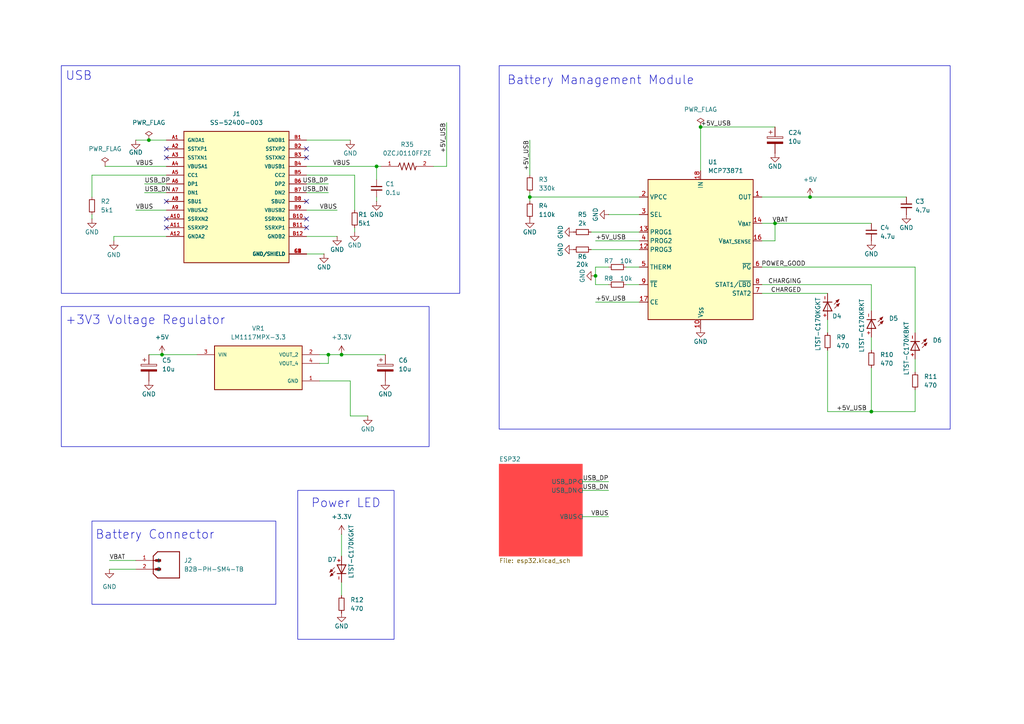
<source format=kicad_sch>
(kicad_sch
	(version 20250114)
	(generator "eeschema")
	(generator_version "9.0")
	(uuid "17d5887b-171e-413f-b20b-05ee4d173b24")
	(paper "A4")
	(title_block
		(title "ESP32 from Peter Dalmaris Course - Main")
		(date "2025-03-02")
		(rev "1.0")
	)
	(lib_symbols
		(symbol "0ZCJ0110FF2E_polyfuse:0ZCJ0110FF2E"
			(pin_names
				(offset 1.016)
			)
			(exclude_from_sim no)
			(in_bom yes)
			(on_board yes)
			(property "Reference" "R"
				(at -3.81 1.4986 0)
				(effects
					(font
						(size 1.27 1.27)
					)
					(justify left bottom)
				)
			)
			(property "Value" "0ZCJ0110FF2E"
				(at -3.81 -3.302 0)
				(effects
					(font
						(size 1.27 1.27)
					)
					(justify left bottom)
				)
			)
			(property "Footprint" "0ZCJ0110FF2E:RESC3216X125N"
				(at 0 0 0)
				(effects
					(font
						(size 1.27 1.27)
					)
					(justify bottom)
					(hide yes)
				)
			)
			(property "Datasheet" ""
				(at 0 0 0)
				(effects
					(font
						(size 1.27 1.27)
					)
					(hide yes)
				)
			)
			(property "Description" ""
				(at 0 0 0)
				(effects
					(font
						(size 1.27 1.27)
					)
					(hide yes)
				)
			)
			(property "MF" "Bel Fuse"
				(at 0 0 0)
				(effects
					(font
						(size 1.27 1.27)
					)
					(justify bottom)
					(hide yes)
				)
			)
			(property "Description_1" "1206 SMT PPTC | 1.10 Ih | 8V"
				(at 0 0 0)
				(effects
					(font
						(size 1.27 1.27)
					)
					(justify bottom)
					(hide yes)
				)
			)
			(property "Package" "1206 Bel Fuse"
				(at 0 0 0)
				(effects
					(font
						(size 1.27 1.27)
					)
					(justify bottom)
					(hide yes)
				)
			)
			(property "Price" "None"
				(at 0 0 0)
				(effects
					(font
						(size 1.27 1.27)
					)
					(justify bottom)
					(hide yes)
				)
			)
			(property "SnapEDA_Link" "https://www.snapeda.com/parts/0ZCJ0110FF2E/Bel+Circuit+Protection/view-part/?ref=snap"
				(at 0 0 0)
				(effects
					(font
						(size 1.27 1.27)
					)
					(justify bottom)
					(hide yes)
				)
			)
			(property "MP" "0ZCJ0110FF2E"
				(at 0 0 0)
				(effects
					(font
						(size 1.27 1.27)
					)
					(justify bottom)
					(hide yes)
				)
			)
			(property "Purchase-URL" "https://www.snapeda.com/api/url_track_click_mouser/?unipart_id=1312426&manufacturer=Bel Fuse&part_name=0ZCJ0110FF2E&search_term=None"
				(at 0 0 0)
				(effects
					(font
						(size 1.27 1.27)
					)
					(justify bottom)
					(hide yes)
				)
			)
			(property "Availability" "In Stock"
				(at 0 0 0)
				(effects
					(font
						(size 1.27 1.27)
					)
					(justify bottom)
					(hide yes)
				)
			)
			(property "Check_prices" "https://www.snapeda.com/parts/0ZCJ0110FF2E/Bel+Circuit+Protection/view-part/?ref=eda"
				(at 0 0 0)
				(effects
					(font
						(size 1.27 1.27)
					)
					(justify bottom)
					(hide yes)
				)
			)
			(symbol "0ZCJ0110FF2E_0_0"
				(polyline
					(pts
						(xy -2.54 0) (xy -2.159 1.016)
					)
					(stroke
						(width 0.2032)
						(type default)
					)
					(fill
						(type none)
					)
				)
				(polyline
					(pts
						(xy -2.159 1.016) (xy -1.524 -1.016)
					)
					(stroke
						(width 0.2032)
						(type default)
					)
					(fill
						(type none)
					)
				)
				(polyline
					(pts
						(xy -1.524 -1.016) (xy -0.889 1.016)
					)
					(stroke
						(width 0.2032)
						(type default)
					)
					(fill
						(type none)
					)
				)
				(polyline
					(pts
						(xy -0.889 1.016) (xy -0.254 -1.016)
					)
					(stroke
						(width 0.2032)
						(type default)
					)
					(fill
						(type none)
					)
				)
				(polyline
					(pts
						(xy -0.254 -1.016) (xy 0.381 1.016)
					)
					(stroke
						(width 0.2032)
						(type default)
					)
					(fill
						(type none)
					)
				)
				(polyline
					(pts
						(xy 0.381 1.016) (xy 1.016 -1.016)
					)
					(stroke
						(width 0.2032)
						(type default)
					)
					(fill
						(type none)
					)
				)
				(polyline
					(pts
						(xy 1.016 -1.016) (xy 1.651 1.016)
					)
					(stroke
						(width 0.2032)
						(type default)
					)
					(fill
						(type none)
					)
				)
				(polyline
					(pts
						(xy 1.651 1.016) (xy 2.286 -1.016)
					)
					(stroke
						(width 0.2032)
						(type default)
					)
					(fill
						(type none)
					)
				)
				(polyline
					(pts
						(xy 2.286 -1.016) (xy 2.54 0)
					)
					(stroke
						(width 0.2032)
						(type default)
					)
					(fill
						(type none)
					)
				)
				(pin passive line
					(at -7.62 0 0)
					(length 5.08)
					(name "~"
						(effects
							(font
								(size 1.016 1.016)
							)
						)
					)
					(number "1"
						(effects
							(font
								(size 1.016 1.016)
							)
						)
					)
				)
				(pin passive line
					(at 7.62 0 180)
					(length 5.08)
					(name "~"
						(effects
							(font
								(size 1.016 1.016)
							)
						)
					)
					(number "2"
						(effects
							(font
								(size 1.016 1.016)
							)
						)
					)
				)
			)
			(embedded_fonts no)
		)
		(symbol "B2B-PH-SM4-TB:B2B-PH-SM4-TB"
			(pin_names
				(offset 1.016)
			)
			(exclude_from_sim no)
			(in_bom yes)
			(on_board yes)
			(property "Reference" "J"
				(at 0 6.35 0)
				(effects
					(font
						(size 1.27 1.27)
					)
					(justify left bottom)
				)
			)
			(property "Value" "B2B-PH-SM4-TB"
				(at 0 -5.08 0)
				(effects
					(font
						(size 1.27 1.27)
					)
					(justify left bottom)
				)
			)
			(property "Footprint" "B2B-PH-SM4-TB:JST_B2B-PH-SM4-TB"
				(at 0 0 0)
				(effects
					(font
						(size 1.27 1.27)
					)
					(justify bottom)
					(hide yes)
				)
			)
			(property "Datasheet" ""
				(at 0 0 0)
				(effects
					(font
						(size 1.27 1.27)
					)
					(hide yes)
				)
			)
			(property "Description" ""
				(at 0 0 0)
				(effects
					(font
						(size 1.27 1.27)
					)
					(hide yes)
				)
			)
			(property "MF" "JST"
				(at 0 0 0)
				(effects
					(font
						(size 1.27 1.27)
					)
					(justify bottom)
					(hide yes)
				)
			)
			(property "MAXIMUM_PACKAGE_HEIGHT" "6.6 mm"
				(at 0 0 0)
				(effects
					(font
						(size 1.27 1.27)
					)
					(justify bottom)
					(hide yes)
				)
			)
			(property "Package" "NON STANDARD-2 JST"
				(at 0 0 0)
				(effects
					(font
						(size 1.27 1.27)
					)
					(justify bottom)
					(hide yes)
				)
			)
			(property "Price" "None"
				(at 0 0 0)
				(effects
					(font
						(size 1.27 1.27)
					)
					(justify bottom)
					(hide yes)
				)
			)
			(property "Check_prices" "https://www.snapeda.com/parts/B2B-PH-SM4-TB/JST/view-part/?ref=eda"
				(at 0 0 0)
				(effects
					(font
						(size 1.27 1.27)
					)
					(justify bottom)
					(hide yes)
				)
			)
			(property "STANDARD" "Manufacturer Recommendations"
				(at 0 0 0)
				(effects
					(font
						(size 1.27 1.27)
					)
					(justify bottom)
					(hide yes)
				)
			)
			(property "PARTREV" "N/A"
				(at 0 0 0)
				(effects
					(font
						(size 1.27 1.27)
					)
					(justify bottom)
					(hide yes)
				)
			)
			(property "SnapEDA_Link" "https://www.snapeda.com/parts/B2B-PH-SM4-TB/JST/view-part/?ref=snap"
				(at 0 0 0)
				(effects
					(font
						(size 1.27 1.27)
					)
					(justify bottom)
					(hide yes)
				)
			)
			(property "MP" "B2B-PH-SM4-TB"
				(at 0 0 0)
				(effects
					(font
						(size 1.27 1.27)
					)
					(justify bottom)
					(hide yes)
				)
			)
			(property "Description_1" "Connector Header Surface Mount 2 position 0.079 (2.00mm)"
				(at 0 0 0)
				(effects
					(font
						(size 1.27 1.27)
					)
					(justify bottom)
					(hide yes)
				)
			)
			(property "Availability" "In Stock"
				(at 0 0 0)
				(effects
					(font
						(size 1.27 1.27)
					)
					(justify bottom)
					(hide yes)
				)
			)
			(property "MANUFACTURER" "JST"
				(at 0 0 0)
				(effects
					(font
						(size 1.27 1.27)
					)
					(justify bottom)
					(hide yes)
				)
			)
			(symbol "B2B-PH-SM4-TB_0_0"
				(polyline
					(pts
						(xy 0 3.81) (xy 0 2.54)
					)
					(stroke
						(width 0.254)
						(type default)
					)
					(fill
						(type none)
					)
				)
				(polyline
					(pts
						(xy 0 3.81) (xy 1.27 5.08)
					)
					(stroke
						(width 0.254)
						(type default)
					)
					(fill
						(type none)
					)
				)
				(polyline
					(pts
						(xy 0 2.54) (xy 0 -1.27)
					)
					(stroke
						(width 0.254)
						(type default)
					)
					(fill
						(type none)
					)
				)
				(polyline
					(pts
						(xy 0 2.54) (xy 1.905 2.54)
					)
					(stroke
						(width 0.254)
						(type default)
					)
					(fill
						(type none)
					)
				)
				(polyline
					(pts
						(xy 0 0) (xy 1.905 0)
					)
					(stroke
						(width 0.254)
						(type default)
					)
					(fill
						(type none)
					)
				)
				(polyline
					(pts
						(xy 0 -1.27) (xy 1.27 -2.54)
					)
					(stroke
						(width 0.254)
						(type default)
					)
					(fill
						(type none)
					)
				)
				(rectangle
					(start 0.635 2.2225)
					(end 2.2225 2.8575)
					(stroke
						(width 0.1)
						(type default)
					)
					(fill
						(type outline)
					)
				)
				(rectangle
					(start 0.635 -0.3175)
					(end 2.2225 0.3175)
					(stroke
						(width 0.1)
						(type default)
					)
					(fill
						(type outline)
					)
				)
				(polyline
					(pts
						(xy 1.27 -2.54) (xy 7.62 -2.54)
					)
					(stroke
						(width 0.254)
						(type default)
					)
					(fill
						(type none)
					)
				)
				(polyline
					(pts
						(xy 7.62 5.08) (xy 1.27 5.08)
					)
					(stroke
						(width 0.254)
						(type default)
					)
					(fill
						(type none)
					)
				)
				(polyline
					(pts
						(xy 7.62 -2.54) (xy 7.62 5.08)
					)
					(stroke
						(width 0.254)
						(type default)
					)
					(fill
						(type none)
					)
				)
				(pin passive line
					(at -5.08 2.54 0)
					(length 5.08)
					(name "1"
						(effects
							(font
								(size 1.016 1.016)
							)
						)
					)
					(number "1"
						(effects
							(font
								(size 1.016 1.016)
							)
						)
					)
				)
				(pin passive line
					(at -5.08 0 0)
					(length 5.08)
					(name "2"
						(effects
							(font
								(size 1.016 1.016)
							)
						)
					)
					(number "2"
						(effects
							(font
								(size 1.016 1.016)
							)
						)
					)
				)
			)
			(embedded_fonts no)
		)
		(symbol "Battery_Management:MCP73871"
			(exclude_from_sim no)
			(in_bom yes)
			(on_board yes)
			(property "Reference" "U"
				(at -7.62 24.13 0)
				(effects
					(font
						(size 1.27 1.27)
					)
					(justify left)
				)
			)
			(property "Value" "MCP73871"
				(at -15.24 21.59 0)
				(effects
					(font
						(size 1.27 1.27)
					)
					(justify left)
				)
			)
			(property "Footprint" "Package_DFN_QFN:QFN-20-1EP_4x4mm_P0.5mm_EP2.5x2.5mm"
				(at 5.08 -22.86 0)
				(effects
					(font
						(size 1.27 1.27)
						(italic yes)
					)
					(justify left)
					(hide yes)
				)
			)
			(property "Datasheet" "http://www.mouser.com/ds/2/268/22090a-52174.pdf"
				(at -3.81 13.97 0)
				(effects
					(font
						(size 1.27 1.27)
					)
					(hide yes)
				)
			)
			(property "Description" "Single cell, Li-Ion/Li-Po charge management controller"
				(at 0 0 0)
				(effects
					(font
						(size 1.27 1.27)
					)
					(hide yes)
				)
			)
			(property "ki_keywords" "battery charger lithium"
				(at 0 0 0)
				(effects
					(font
						(size 1.27 1.27)
					)
					(hide yes)
				)
			)
			(property "ki_fp_filters" "QFN*4x4mm*P0.5mm*"
				(at 0 0 0)
				(effects
					(font
						(size 1.27 1.27)
					)
					(hide yes)
				)
			)
			(symbol "MCP73871_0_1"
				(rectangle
					(start -15.24 20.32)
					(end 15.24 -20.32)
					(stroke
						(width 0.254)
						(type default)
					)
					(fill
						(type background)
					)
				)
			)
			(symbol "MCP73871_1_1"
				(pin input line
					(at -17.78 15.24 0)
					(length 2.54)
					(name "VPCC"
						(effects
							(font
								(size 1.27 1.27)
							)
						)
					)
					(number "2"
						(effects
							(font
								(size 1.27 1.27)
							)
						)
					)
				)
				(pin input line
					(at -17.78 10.16 0)
					(length 2.54)
					(name "SEL"
						(effects
							(font
								(size 1.27 1.27)
							)
						)
					)
					(number "3"
						(effects
							(font
								(size 1.27 1.27)
							)
						)
					)
				)
				(pin bidirectional line
					(at -17.78 5.08 0)
					(length 2.54)
					(name "PROG1"
						(effects
							(font
								(size 1.27 1.27)
							)
						)
					)
					(number "13"
						(effects
							(font
								(size 1.27 1.27)
							)
						)
					)
				)
				(pin input line
					(at -17.78 2.54 0)
					(length 2.54)
					(name "PROG2"
						(effects
							(font
								(size 1.27 1.27)
							)
						)
					)
					(number "4"
						(effects
							(font
								(size 1.27 1.27)
							)
						)
					)
				)
				(pin bidirectional line
					(at -17.78 0 0)
					(length 2.54)
					(name "PROG3"
						(effects
							(font
								(size 1.27 1.27)
							)
						)
					)
					(number "12"
						(effects
							(font
								(size 1.27 1.27)
							)
						)
					)
				)
				(pin bidirectional line
					(at -17.78 -5.08 0)
					(length 2.54)
					(name "THERM"
						(effects
							(font
								(size 1.27 1.27)
							)
						)
					)
					(number "5"
						(effects
							(font
								(size 1.27 1.27)
							)
						)
					)
				)
				(pin input line
					(at -17.78 -10.16 0)
					(length 2.54)
					(name "~{TE}"
						(effects
							(font
								(size 1.27 1.27)
							)
						)
					)
					(number "9"
						(effects
							(font
								(size 1.27 1.27)
							)
						)
					)
				)
				(pin input line
					(at -17.78 -15.24 0)
					(length 2.54)
					(name "CE"
						(effects
							(font
								(size 1.27 1.27)
							)
						)
					)
					(number "17"
						(effects
							(font
								(size 1.27 1.27)
							)
						)
					)
				)
				(pin power_in line
					(at 0 22.86 270)
					(length 2.54)
					(name "IN"
						(effects
							(font
								(size 1.27 1.27)
							)
						)
					)
					(number "18"
						(effects
							(font
								(size 1.27 1.27)
							)
						)
					)
				)
				(pin passive line
					(at 0 22.86 270)
					(length 2.54)
					(hide yes)
					(name "IN"
						(effects
							(font
								(size 1.27 1.27)
							)
						)
					)
					(number "19"
						(effects
							(font
								(size 1.27 1.27)
							)
						)
					)
				)
				(pin power_in line
					(at 0 -22.86 90)
					(length 2.54)
					(name "V_{SS}"
						(effects
							(font
								(size 1.27 1.27)
							)
						)
					)
					(number "10"
						(effects
							(font
								(size 1.27 1.27)
							)
						)
					)
				)
				(pin passive line
					(at 0 -22.86 90)
					(length 2.54)
					(hide yes)
					(name "V_{SS}"
						(effects
							(font
								(size 1.27 1.27)
							)
						)
					)
					(number "11"
						(effects
							(font
								(size 1.27 1.27)
							)
						)
					)
				)
				(pin passive line
					(at 0 -22.86 90)
					(length 2.54)
					(hide yes)
					(name "V_{SS}"
						(effects
							(font
								(size 1.27 1.27)
							)
						)
					)
					(number "21"
						(effects
							(font
								(size 1.27 1.27)
							)
						)
					)
				)
				(pin power_out line
					(at 17.78 15.24 180)
					(length 2.54)
					(name "OUT"
						(effects
							(font
								(size 1.27 1.27)
							)
						)
					)
					(number "1"
						(effects
							(font
								(size 1.27 1.27)
							)
						)
					)
				)
				(pin passive line
					(at 17.78 15.24 180)
					(length 2.54)
					(hide yes)
					(name "OUT"
						(effects
							(font
								(size 1.27 1.27)
							)
						)
					)
					(number "20"
						(effects
							(font
								(size 1.27 1.27)
							)
						)
					)
				)
				(pin power_out line
					(at 17.78 7.62 180)
					(length 2.54)
					(name "V_{BAT}"
						(effects
							(font
								(size 1.27 1.27)
							)
						)
					)
					(number "14"
						(effects
							(font
								(size 1.27 1.27)
							)
						)
					)
				)
				(pin passive line
					(at 17.78 7.62 180)
					(length 2.54)
					(hide yes)
					(name "V_{BAT}"
						(effects
							(font
								(size 1.27 1.27)
							)
						)
					)
					(number "15"
						(effects
							(font
								(size 1.27 1.27)
							)
						)
					)
				)
				(pin input line
					(at 17.78 2.54 180)
					(length 2.54)
					(name "V_{BAT_SENSE}"
						(effects
							(font
								(size 1.27 1.27)
							)
						)
					)
					(number "16"
						(effects
							(font
								(size 1.27 1.27)
							)
						)
					)
				)
				(pin open_collector line
					(at 17.78 -5.08 180)
					(length 2.54)
					(name "~{PG}"
						(effects
							(font
								(size 1.27 1.27)
							)
						)
					)
					(number "6"
						(effects
							(font
								(size 1.27 1.27)
							)
						)
					)
				)
				(pin open_collector line
					(at 17.78 -10.16 180)
					(length 2.54)
					(name "STAT1/~{LBO}"
						(effects
							(font
								(size 1.27 1.27)
							)
						)
					)
					(number "8"
						(effects
							(font
								(size 1.27 1.27)
							)
						)
					)
				)
				(pin open_collector line
					(at 17.78 -12.7 180)
					(length 2.54)
					(name "STAT2"
						(effects
							(font
								(size 1.27 1.27)
							)
						)
					)
					(number "7"
						(effects
							(font
								(size 1.27 1.27)
							)
						)
					)
				)
			)
			(embedded_fonts no)
		)
		(symbol "Device:C_Polarized"
			(pin_numbers
				(hide yes)
			)
			(pin_names
				(offset 0.254)
			)
			(exclude_from_sim no)
			(in_bom yes)
			(on_board yes)
			(property "Reference" "C"
				(at 0.635 2.54 0)
				(effects
					(font
						(size 1.27 1.27)
					)
					(justify left)
				)
			)
			(property "Value" "C_Polarized"
				(at 0.635 -2.54 0)
				(effects
					(font
						(size 1.27 1.27)
					)
					(justify left)
				)
			)
			(property "Footprint" ""
				(at 0.9652 -3.81 0)
				(effects
					(font
						(size 1.27 1.27)
					)
					(hide yes)
				)
			)
			(property "Datasheet" "~"
				(at 0 0 0)
				(effects
					(font
						(size 1.27 1.27)
					)
					(hide yes)
				)
			)
			(property "Description" "Polarized capacitor"
				(at 0 0 0)
				(effects
					(font
						(size 1.27 1.27)
					)
					(hide yes)
				)
			)
			(property "ki_keywords" "cap capacitor"
				(at 0 0 0)
				(effects
					(font
						(size 1.27 1.27)
					)
					(hide yes)
				)
			)
			(property "ki_fp_filters" "CP_*"
				(at 0 0 0)
				(effects
					(font
						(size 1.27 1.27)
					)
					(hide yes)
				)
			)
			(symbol "C_Polarized_0_1"
				(rectangle
					(start -2.286 0.508)
					(end 2.286 1.016)
					(stroke
						(width 0)
						(type default)
					)
					(fill
						(type none)
					)
				)
				(polyline
					(pts
						(xy -1.778 2.286) (xy -0.762 2.286)
					)
					(stroke
						(width 0)
						(type default)
					)
					(fill
						(type none)
					)
				)
				(polyline
					(pts
						(xy -1.27 2.794) (xy -1.27 1.778)
					)
					(stroke
						(width 0)
						(type default)
					)
					(fill
						(type none)
					)
				)
				(rectangle
					(start 2.286 -0.508)
					(end -2.286 -1.016)
					(stroke
						(width 0)
						(type default)
					)
					(fill
						(type outline)
					)
				)
			)
			(symbol "C_Polarized_1_1"
				(pin passive line
					(at 0 3.81 270)
					(length 2.794)
					(name "~"
						(effects
							(font
								(size 1.27 1.27)
							)
						)
					)
					(number "1"
						(effects
							(font
								(size 1.27 1.27)
							)
						)
					)
				)
				(pin passive line
					(at 0 -3.81 90)
					(length 2.794)
					(name "~"
						(effects
							(font
								(size 1.27 1.27)
							)
						)
					)
					(number "2"
						(effects
							(font
								(size 1.27 1.27)
							)
						)
					)
				)
			)
			(embedded_fonts no)
		)
		(symbol "Device:C_Small"
			(pin_numbers
				(hide yes)
			)
			(pin_names
				(offset 0.254)
				(hide yes)
			)
			(exclude_from_sim no)
			(in_bom yes)
			(on_board yes)
			(property "Reference" "C"
				(at 0.254 1.778 0)
				(effects
					(font
						(size 1.27 1.27)
					)
					(justify left)
				)
			)
			(property "Value" "C_Small"
				(at 0.254 -2.032 0)
				(effects
					(font
						(size 1.27 1.27)
					)
					(justify left)
				)
			)
			(property "Footprint" ""
				(at 0 0 0)
				(effects
					(font
						(size 1.27 1.27)
					)
					(hide yes)
				)
			)
			(property "Datasheet" "~"
				(at 0 0 0)
				(effects
					(font
						(size 1.27 1.27)
					)
					(hide yes)
				)
			)
			(property "Description" "Unpolarized capacitor, small symbol"
				(at 0 0 0)
				(effects
					(font
						(size 1.27 1.27)
					)
					(hide yes)
				)
			)
			(property "ki_keywords" "capacitor cap"
				(at 0 0 0)
				(effects
					(font
						(size 1.27 1.27)
					)
					(hide yes)
				)
			)
			(property "ki_fp_filters" "C_*"
				(at 0 0 0)
				(effects
					(font
						(size 1.27 1.27)
					)
					(hide yes)
				)
			)
			(symbol "C_Small_0_1"
				(polyline
					(pts
						(xy -1.524 0.508) (xy 1.524 0.508)
					)
					(stroke
						(width 0.3048)
						(type default)
					)
					(fill
						(type none)
					)
				)
				(polyline
					(pts
						(xy -1.524 -0.508) (xy 1.524 -0.508)
					)
					(stroke
						(width 0.3302)
						(type default)
					)
					(fill
						(type none)
					)
				)
			)
			(symbol "C_Small_1_1"
				(pin passive line
					(at 0 2.54 270)
					(length 2.032)
					(name "~"
						(effects
							(font
								(size 1.27 1.27)
							)
						)
					)
					(number "1"
						(effects
							(font
								(size 1.27 1.27)
							)
						)
					)
				)
				(pin passive line
					(at 0 -2.54 90)
					(length 2.032)
					(name "~"
						(effects
							(font
								(size 1.27 1.27)
							)
						)
					)
					(number "2"
						(effects
							(font
								(size 1.27 1.27)
							)
						)
					)
				)
			)
			(embedded_fonts no)
		)
		(symbol "Device:R_Small"
			(pin_numbers
				(hide yes)
			)
			(pin_names
				(offset 0.254)
				(hide yes)
			)
			(exclude_from_sim no)
			(in_bom yes)
			(on_board yes)
			(property "Reference" "R"
				(at 0.762 0.508 0)
				(effects
					(font
						(size 1.27 1.27)
					)
					(justify left)
				)
			)
			(property "Value" "R_Small"
				(at 0.762 -1.016 0)
				(effects
					(font
						(size 1.27 1.27)
					)
					(justify left)
				)
			)
			(property "Footprint" ""
				(at 0 0 0)
				(effects
					(font
						(size 1.27 1.27)
					)
					(hide yes)
				)
			)
			(property "Datasheet" "~"
				(at 0 0 0)
				(effects
					(font
						(size 1.27 1.27)
					)
					(hide yes)
				)
			)
			(property "Description" "Resistor, small symbol"
				(at 0 0 0)
				(effects
					(font
						(size 1.27 1.27)
					)
					(hide yes)
				)
			)
			(property "ki_keywords" "R resistor"
				(at 0 0 0)
				(effects
					(font
						(size 1.27 1.27)
					)
					(hide yes)
				)
			)
			(property "ki_fp_filters" "R_*"
				(at 0 0 0)
				(effects
					(font
						(size 1.27 1.27)
					)
					(hide yes)
				)
			)
			(symbol "R_Small_0_1"
				(rectangle
					(start -0.762 1.778)
					(end 0.762 -1.778)
					(stroke
						(width 0.2032)
						(type default)
					)
					(fill
						(type none)
					)
				)
			)
			(symbol "R_Small_1_1"
				(pin passive line
					(at 0 2.54 270)
					(length 0.762)
					(name "~"
						(effects
							(font
								(size 1.27 1.27)
							)
						)
					)
					(number "1"
						(effects
							(font
								(size 1.27 1.27)
							)
						)
					)
				)
				(pin passive line
					(at 0 -2.54 90)
					(length 0.762)
					(name "~"
						(effects
							(font
								(size 1.27 1.27)
							)
						)
					)
					(number "2"
						(effects
							(font
								(size 1.27 1.27)
							)
						)
					)
				)
			)
			(embedded_fonts no)
		)
		(symbol "LM1117MPX-3.3:LM1117MPX-3.3"
			(pin_names
				(offset 1.016)
			)
			(exclude_from_sim no)
			(in_bom yes)
			(on_board yes)
			(property "Reference" "VR"
				(at -12.7 6.08 0)
				(effects
					(font
						(size 1.27 1.27)
					)
					(justify left bottom)
				)
			)
			(property "Value" "LM1117MPX-3.3"
				(at -12.7 -9.08 0)
				(effects
					(font
						(size 1.27 1.27)
					)
					(justify left top)
				)
			)
			(property "Footprint" "LM1117MPX-3.3:VREG_LM1117MPX-3.3"
				(at 0 0 0)
				(effects
					(font
						(size 1.27 1.27)
					)
					(justify bottom)
					(hide yes)
				)
			)
			(property "Datasheet" ""
				(at 0 0 0)
				(effects
					(font
						(size 1.27 1.27)
					)
					(hide yes)
				)
			)
			(property "Description" ""
				(at 0 0 0)
				(effects
					(font
						(size 1.27 1.27)
					)
					(hide yes)
				)
			)
			(property "MF" "Texas Instruments"
				(at 0 0 0)
				(effects
					(font
						(size 1.27 1.27)
					)
					(justify bottom)
					(hide yes)
				)
			)
			(property "MAXIMUM_PACKAGE_HEIGHT" "1.80 mm"
				(at 0 0 0)
				(effects
					(font
						(size 1.27 1.27)
					)
					(justify bottom)
					(hide yes)
				)
			)
			(property "Package" "SOT-223-4 Texas Instruments"
				(at 0 0 0)
				(effects
					(font
						(size 1.27 1.27)
					)
					(justify bottom)
					(hide yes)
				)
			)
			(property "Price" "None"
				(at 0 0 0)
				(effects
					(font
						(size 1.27 1.27)
					)
					(justify bottom)
					(hide yes)
				)
			)
			(property "Check_prices" "https://www.snapeda.com/parts/LM1117MPX-3.3/Texas+Instruments/view-part/?ref=eda"
				(at 0 0 0)
				(effects
					(font
						(size 1.27 1.27)
					)
					(justify bottom)
					(hide yes)
				)
			)
			(property "STANDARD" "IPC-7351B"
				(at 0 0 0)
				(effects
					(font
						(size 1.27 1.27)
					)
					(justify bottom)
					(hide yes)
				)
			)
			(property "PARTREV" "O"
				(at 0 0 0)
				(effects
					(font
						(size 1.27 1.27)
					)
					(justify bottom)
					(hide yes)
				)
			)
			(property "SnapEDA_Link" "https://www.snapeda.com/parts/LM1117MPX-3.3/Texas+Instruments/view-part/?ref=snap"
				(at 0 0 0)
				(effects
					(font
						(size 1.27 1.27)
					)
					(justify bottom)
					(hide yes)
				)
			)
			(property "MP" "LM1117MPX-3.3"
				(at 0 0 0)
				(effects
					(font
						(size 1.27 1.27)
					)
					(justify bottom)
					(hide yes)
				)
			)
			(property "Description_1" "800-mA 15-V linear voltage regulator"
				(at 0 0 0)
				(effects
					(font
						(size 1.27 1.27)
					)
					(justify bottom)
					(hide yes)
				)
			)
			(property "Availability" "In Stock"
				(at 0 0 0)
				(effects
					(font
						(size 1.27 1.27)
					)
					(justify bottom)
					(hide yes)
				)
			)
			(property "MANUFACTURER" "Texas Instruments"
				(at 0 0 0)
				(effects
					(font
						(size 1.27 1.27)
					)
					(justify bottom)
					(hide yes)
				)
			)
			(symbol "LM1117MPX-3.3_0_0"
				(rectangle
					(start -12.7 -7.62)
					(end 12.7 5.08)
					(stroke
						(width 0.254)
						(type default)
					)
					(fill
						(type background)
					)
				)
				(pin input line
					(at -17.78 2.54 0)
					(length 5.08)
					(name "VIN"
						(effects
							(font
								(size 1.016 1.016)
							)
						)
					)
					(number "3"
						(effects
							(font
								(size 1.016 1.016)
							)
						)
					)
				)
				(pin output line
					(at 17.78 2.54 180)
					(length 5.08)
					(name "VOUT_2"
						(effects
							(font
								(size 1.016 1.016)
							)
						)
					)
					(number "2"
						(effects
							(font
								(size 1.016 1.016)
							)
						)
					)
				)
				(pin output line
					(at 17.78 0 180)
					(length 5.08)
					(name "VOUT_4"
						(effects
							(font
								(size 1.016 1.016)
							)
						)
					)
					(number "4"
						(effects
							(font
								(size 1.016 1.016)
							)
						)
					)
				)
				(pin power_in line
					(at 17.78 -5.08 180)
					(length 5.08)
					(name "GND"
						(effects
							(font
								(size 1.016 1.016)
							)
						)
					)
					(number "1"
						(effects
							(font
								(size 1.016 1.016)
							)
						)
					)
				)
			)
			(embedded_fonts no)
		)
		(symbol "LTST-C170K:LTST-C170KRKT"
			(pin_names
				(offset 1.016)
			)
			(exclude_from_sim no)
			(in_bom yes)
			(on_board yes)
			(property "Reference" "D"
				(at -2.0343 4.0686 0)
				(effects
					(font
						(size 1.27 1.27)
					)
					(justify left bottom)
				)
			)
			(property "Value" "LTST-C170KRKT"
				(at -2.0325 -5.7164 0)
				(effects
					(font
						(size 1.27 1.27)
					)
					(justify left bottom)
				)
			)
			(property "Footprint" "LTST-C170KRKT:DIOC200X125X110"
				(at 0 0 0)
				(effects
					(font
						(size 1.27 1.27)
					)
					(justify bottom)
					(hide yes)
				)
			)
			(property "Datasheet" ""
				(at 0 0 0)
				(effects
					(font
						(size 1.27 1.27)
					)
					(hide yes)
				)
			)
			(property "Description" ""
				(at 0 0 0)
				(effects
					(font
						(size 1.27 1.27)
					)
					(hide yes)
				)
			)
			(property "MF" "Lite-On Inc."
				(at 0 0 0)
				(effects
					(font
						(size 1.27 1.27)
					)
					(justify bottom)
					(hide yes)
				)
			)
			(property "Description_1" "Red 631nm LED Indication - Discrete 2V 0805 (2012 Metric)"
				(at 0 0 0)
				(effects
					(font
						(size 1.27 1.27)
					)
					(justify bottom)
					(hide yes)
				)
			)
			(property "Package" "0805 Lite-On"
				(at 0 0 0)
				(effects
					(font
						(size 1.27 1.27)
					)
					(justify bottom)
					(hide yes)
				)
			)
			(property "Price" "None"
				(at 0 0 0)
				(effects
					(font
						(size 1.27 1.27)
					)
					(justify bottom)
					(hide yes)
				)
			)
			(property "Check_prices" "https://www.snapeda.com/parts/LTST-C170KRKT/Lite-On/view-part/?ref=eda"
				(at 0 0 0)
				(effects
					(font
						(size 1.27 1.27)
					)
					(justify bottom)
					(hide yes)
				)
			)
			(property "SnapEDA_Link" "https://www.snapeda.com/parts/LTST-C170KRKT/Lite-On/view-part/?ref=snap"
				(at 0 0 0)
				(effects
					(font
						(size 1.27 1.27)
					)
					(justify bottom)
					(hide yes)
				)
			)
			(property "MP" "LTST-C170KRKT"
				(at 0 0 0)
				(effects
					(font
						(size 1.27 1.27)
					)
					(justify bottom)
					(hide yes)
				)
			)
			(property "Availability" "In Stock"
				(at 0 0 0)
				(effects
					(font
						(size 1.27 1.27)
					)
					(justify bottom)
					(hide yes)
				)
			)
			(property "MANUFACTURER" "LiteOn"
				(at 0 0 0)
				(effects
					(font
						(size 1.27 1.27)
					)
					(justify bottom)
					(hide yes)
				)
			)
			(symbol "LTST-C170KRKT_0_0"
				(polyline
					(pts
						(xy -0.762 3.302) (xy 0.127 2.921) (xy -0.381 2.413) (xy -0.762 3.302)
					)
					(stroke
						(width 0.1524)
						(type default)
					)
					(fill
						(type outline)
					)
				)
				(polyline
					(pts
						(xy 0 0) (xy 0 1.27)
					)
					(stroke
						(width 0.254)
						(type default)
					)
					(fill
						(type none)
					)
				)
				(polyline
					(pts
						(xy 0 0) (xy 2.54 1.27)
					)
					(stroke
						(width 0.254)
						(type default)
					)
					(fill
						(type none)
					)
				)
				(polyline
					(pts
						(xy 0 -1.27) (xy 0 0)
					)
					(stroke
						(width 0.254)
						(type default)
					)
					(fill
						(type none)
					)
				)
				(polyline
					(pts
						(xy 0.381 3.429) (xy 1.27 3.048) (xy 0.762 2.54) (xy 0.381 3.429)
					)
					(stroke
						(width 0.1524)
						(type default)
					)
					(fill
						(type outline)
					)
				)
				(polyline
					(pts
						(xy 0.635 1.905) (xy -0.762 3.302)
					)
					(stroke
						(width 0.1524)
						(type default)
					)
					(fill
						(type none)
					)
				)
				(polyline
					(pts
						(xy 1.778 2.032) (xy 0.381 3.429)
					)
					(stroke
						(width 0.1524)
						(type default)
					)
					(fill
						(type none)
					)
				)
				(polyline
					(pts
						(xy 2.54 0) (xy 0 0)
					)
					(stroke
						(width 0.1524)
						(type default)
					)
					(fill
						(type none)
					)
				)
				(polyline
					(pts
						(xy 2.54 0) (xy 2.54 1.27)
					)
					(stroke
						(width 0.254)
						(type default)
					)
					(fill
						(type none)
					)
				)
				(polyline
					(pts
						(xy 2.54 -1.27) (xy 0 0)
					)
					(stroke
						(width 0.254)
						(type default)
					)
					(fill
						(type none)
					)
				)
				(polyline
					(pts
						(xy 2.54 -1.27) (xy 2.54 0)
					)
					(stroke
						(width 0.254)
						(type default)
					)
					(fill
						(type none)
					)
				)
				(pin passive line
					(at -2.54 0 0)
					(length 2.54)
					(name "~"
						(effects
							(font
								(size 1.016 1.016)
							)
						)
					)
					(number "-"
						(effects
							(font
								(size 1.016 1.016)
							)
						)
					)
				)
				(pin passive line
					(at 5.08 0 180)
					(length 2.54)
					(name "~"
						(effects
							(font
								(size 1.016 1.016)
							)
						)
					)
					(number "+"
						(effects
							(font
								(size 1.016 1.016)
							)
						)
					)
				)
			)
			(embedded_fonts no)
		)
		(symbol "SS-52400-003:SS-52400-003"
			(pin_names
				(offset 1.016)
			)
			(exclude_from_sim no)
			(in_bom yes)
			(on_board yes)
			(property "Reference" "J"
				(at -15.24 19.05 0)
				(effects
					(font
						(size 1.27 1.27)
					)
					(justify left bottom)
				)
			)
			(property "Value" "SS-52400-003"
				(at -15.24 -22.86 0)
				(effects
					(font
						(size 1.27 1.27)
					)
					(justify left bottom)
				)
			)
			(property "Footprint" "SS-52400-003:BELFUSE_SS-52400-003"
				(at 0 0 0)
				(effects
					(font
						(size 1.27 1.27)
					)
					(justify bottom)
					(hide yes)
				)
			)
			(property "Datasheet" ""
				(at 0 0 0)
				(effects
					(font
						(size 1.27 1.27)
					)
					(hide yes)
				)
			)
			(property "Description" ""
				(at 0 0 0)
				(effects
					(font
						(size 1.27 1.27)
					)
					(hide yes)
				)
			)
			(property "MF" "Stewart Connector"
				(at 0 0 0)
				(effects
					(font
						(size 1.27 1.27)
					)
					(justify bottom)
					(hide yes)
				)
			)
			(property "MAXIMUM_PACKAGE_HEIGHT" "2.96 mm"
				(at 0 0 0)
				(effects
					(font
						(size 1.27 1.27)
					)
					(justify bottom)
					(hide yes)
				)
			)
			(property "Package" "None"
				(at 0 0 0)
				(effects
					(font
						(size 1.27 1.27)
					)
					(justify bottom)
					(hide yes)
				)
			)
			(property "Price" "None"
				(at 0 0 0)
				(effects
					(font
						(size 1.27 1.27)
					)
					(justify bottom)
					(hide yes)
				)
			)
			(property "Check_prices" "https://www.snapeda.com/parts/SS-52400-003/Stewart+Connector/view-part/?ref=eda"
				(at 0 0 0)
				(effects
					(font
						(size 1.27 1.27)
					)
					(justify bottom)
					(hide yes)
				)
			)
			(property "STANDARD" "Manufacturer Recommendations"
				(at 0 0 0)
				(effects
					(font
						(size 1.27 1.27)
					)
					(justify bottom)
					(hide yes)
				)
			)
			(property "PARTREV" "A0"
				(at 0 0 0)
				(effects
					(font
						(size 1.27 1.27)
					)
					(justify bottom)
					(hide yes)
				)
			)
			(property "SnapEDA_Link" "https://www.snapeda.com/parts/SS-52400-003/Stewart+Connector/view-part/?ref=snap"
				(at 0 0 0)
				(effects
					(font
						(size 1.27 1.27)
					)
					(justify bottom)
					(hide yes)
				)
			)
			(property "MP" "SS-52400-003"
				(at 0 0 0)
				(effects
					(font
						(size 1.27 1.27)
					)
					(justify bottom)
					(hide yes)
				)
			)
			(property "Description_1" "USB Type-C Connector | USB 3.1 | 1 Port | Right Angle Receptacle | Shielded | 0.063 in (1.60mm) PCB Thickness"
				(at 0 0 0)
				(effects
					(font
						(size 1.27 1.27)
					)
					(justify bottom)
					(hide yes)
				)
			)
			(property "Availability" "In Stock"
				(at 0 0 0)
				(effects
					(font
						(size 1.27 1.27)
					)
					(justify bottom)
					(hide yes)
				)
			)
			(property "MANUFACTURER" "BelFuse"
				(at 0 0 0)
				(effects
					(font
						(size 1.27 1.27)
					)
					(justify bottom)
					(hide yes)
				)
			)
			(symbol "SS-52400-003_0_0"
				(rectangle
					(start -15.24 -20.32)
					(end 15.24 17.78)
					(stroke
						(width 0.254)
						(type default)
					)
					(fill
						(type background)
					)
				)
				(pin power_in line
					(at -20.32 15.24 0)
					(length 5.08)
					(name "GNDA1"
						(effects
							(font
								(size 1.016 1.016)
							)
						)
					)
					(number "A1"
						(effects
							(font
								(size 1.016 1.016)
							)
						)
					)
				)
				(pin bidirectional line
					(at -20.32 12.7 0)
					(length 5.08)
					(name "SSTXP1"
						(effects
							(font
								(size 1.016 1.016)
							)
						)
					)
					(number "A2"
						(effects
							(font
								(size 1.016 1.016)
							)
						)
					)
				)
				(pin bidirectional line
					(at -20.32 10.16 0)
					(length 5.08)
					(name "SSTXN1"
						(effects
							(font
								(size 1.016 1.016)
							)
						)
					)
					(number "A3"
						(effects
							(font
								(size 1.016 1.016)
							)
						)
					)
				)
				(pin power_in line
					(at -20.32 7.62 0)
					(length 5.08)
					(name "VBUSA1"
						(effects
							(font
								(size 1.016 1.016)
							)
						)
					)
					(number "A4"
						(effects
							(font
								(size 1.016 1.016)
							)
						)
					)
				)
				(pin bidirectional line
					(at -20.32 5.08 0)
					(length 5.08)
					(name "CC1"
						(effects
							(font
								(size 1.016 1.016)
							)
						)
					)
					(number "A5"
						(effects
							(font
								(size 1.016 1.016)
							)
						)
					)
				)
				(pin bidirectional line
					(at -20.32 2.54 0)
					(length 5.08)
					(name "DP1"
						(effects
							(font
								(size 1.016 1.016)
							)
						)
					)
					(number "A6"
						(effects
							(font
								(size 1.016 1.016)
							)
						)
					)
				)
				(pin bidirectional line
					(at -20.32 0 0)
					(length 5.08)
					(name "DN1"
						(effects
							(font
								(size 1.016 1.016)
							)
						)
					)
					(number "A7"
						(effects
							(font
								(size 1.016 1.016)
							)
						)
					)
				)
				(pin bidirectional line
					(at -20.32 -2.54 0)
					(length 5.08)
					(name "SBU1"
						(effects
							(font
								(size 1.016 1.016)
							)
						)
					)
					(number "A8"
						(effects
							(font
								(size 1.016 1.016)
							)
						)
					)
				)
				(pin power_in line
					(at -20.32 -5.08 0)
					(length 5.08)
					(name "VBUSA2"
						(effects
							(font
								(size 1.016 1.016)
							)
						)
					)
					(number "A9"
						(effects
							(font
								(size 1.016 1.016)
							)
						)
					)
				)
				(pin bidirectional line
					(at -20.32 -7.62 0)
					(length 5.08)
					(name "SSRXN2"
						(effects
							(font
								(size 1.016 1.016)
							)
						)
					)
					(number "A10"
						(effects
							(font
								(size 1.016 1.016)
							)
						)
					)
				)
				(pin bidirectional line
					(at -20.32 -10.16 0)
					(length 5.08)
					(name "SSRXP2"
						(effects
							(font
								(size 1.016 1.016)
							)
						)
					)
					(number "A11"
						(effects
							(font
								(size 1.016 1.016)
							)
						)
					)
				)
				(pin power_in line
					(at -20.32 -12.7 0)
					(length 5.08)
					(name "GNDA2"
						(effects
							(font
								(size 1.016 1.016)
							)
						)
					)
					(number "A12"
						(effects
							(font
								(size 1.016 1.016)
							)
						)
					)
				)
				(pin power_in line
					(at 20.32 15.24 180)
					(length 5.08)
					(name "GNDB1"
						(effects
							(font
								(size 1.016 1.016)
							)
						)
					)
					(number "B1"
						(effects
							(font
								(size 1.016 1.016)
							)
						)
					)
				)
				(pin bidirectional line
					(at 20.32 12.7 180)
					(length 5.08)
					(name "SSTXP2"
						(effects
							(font
								(size 1.016 1.016)
							)
						)
					)
					(number "B2"
						(effects
							(font
								(size 1.016 1.016)
							)
						)
					)
				)
				(pin bidirectional line
					(at 20.32 10.16 180)
					(length 5.08)
					(name "SSTXN2"
						(effects
							(font
								(size 1.016 1.016)
							)
						)
					)
					(number "B3"
						(effects
							(font
								(size 1.016 1.016)
							)
						)
					)
				)
				(pin power_in line
					(at 20.32 7.62 180)
					(length 5.08)
					(name "VBUSB1"
						(effects
							(font
								(size 1.016 1.016)
							)
						)
					)
					(number "B4"
						(effects
							(font
								(size 1.016 1.016)
							)
						)
					)
				)
				(pin bidirectional line
					(at 20.32 5.08 180)
					(length 5.08)
					(name "CC2"
						(effects
							(font
								(size 1.016 1.016)
							)
						)
					)
					(number "B5"
						(effects
							(font
								(size 1.016 1.016)
							)
						)
					)
				)
				(pin bidirectional line
					(at 20.32 2.54 180)
					(length 5.08)
					(name "DP2"
						(effects
							(font
								(size 1.016 1.016)
							)
						)
					)
					(number "B6"
						(effects
							(font
								(size 1.016 1.016)
							)
						)
					)
				)
				(pin bidirectional line
					(at 20.32 0 180)
					(length 5.08)
					(name "DN2"
						(effects
							(font
								(size 1.016 1.016)
							)
						)
					)
					(number "B7"
						(effects
							(font
								(size 1.016 1.016)
							)
						)
					)
				)
				(pin bidirectional line
					(at 20.32 -2.54 180)
					(length 5.08)
					(name "SBU2"
						(effects
							(font
								(size 1.016 1.016)
							)
						)
					)
					(number "B8"
						(effects
							(font
								(size 1.016 1.016)
							)
						)
					)
				)
				(pin power_in line
					(at 20.32 -5.08 180)
					(length 5.08)
					(name "VBUSB2"
						(effects
							(font
								(size 1.016 1.016)
							)
						)
					)
					(number "B9"
						(effects
							(font
								(size 1.016 1.016)
							)
						)
					)
				)
				(pin bidirectional line
					(at 20.32 -7.62 180)
					(length 5.08)
					(name "SSRXN1"
						(effects
							(font
								(size 1.016 1.016)
							)
						)
					)
					(number "B10"
						(effects
							(font
								(size 1.016 1.016)
							)
						)
					)
				)
				(pin bidirectional line
					(at 20.32 -10.16 180)
					(length 5.08)
					(name "SSRXP1"
						(effects
							(font
								(size 1.016 1.016)
							)
						)
					)
					(number "B11"
						(effects
							(font
								(size 1.016 1.016)
							)
						)
					)
				)
				(pin power_in line
					(at 20.32 -12.7 180)
					(length 5.08)
					(name "GNDB2"
						(effects
							(font
								(size 1.016 1.016)
							)
						)
					)
					(number "B12"
						(effects
							(font
								(size 1.016 1.016)
							)
						)
					)
				)
				(pin power_in line
					(at 20.32 -17.78 180)
					(length 5.08)
					(name "GND/SHIELD"
						(effects
							(font
								(size 1.016 1.016)
							)
						)
					)
					(number "G1"
						(effects
							(font
								(size 1.016 1.016)
							)
						)
					)
				)
				(pin power_in line
					(at 20.32 -17.78 180)
					(length 5.08)
					(name "GND/SHIELD"
						(effects
							(font
								(size 1.016 1.016)
							)
						)
					)
					(number "G2"
						(effects
							(font
								(size 1.016 1.016)
							)
						)
					)
				)
				(pin power_in line
					(at 20.32 -17.78 180)
					(length 5.08)
					(name "GND/SHIELD"
						(effects
							(font
								(size 1.016 1.016)
							)
						)
					)
					(number "G3"
						(effects
							(font
								(size 1.016 1.016)
							)
						)
					)
				)
				(pin power_in line
					(at 20.32 -17.78 180)
					(length 5.08)
					(name "GND/SHIELD"
						(effects
							(font
								(size 1.016 1.016)
							)
						)
					)
					(number "G4"
						(effects
							(font
								(size 1.016 1.016)
							)
						)
					)
				)
				(pin power_in line
					(at 20.32 -17.78 180)
					(length 5.08)
					(name "GND/SHIELD"
						(effects
							(font
								(size 1.016 1.016)
							)
						)
					)
					(number "S1"
						(effects
							(font
								(size 1.016 1.016)
							)
						)
					)
				)
				(pin power_in line
					(at 20.32 -17.78 180)
					(length 5.08)
					(name "GND/SHIELD"
						(effects
							(font
								(size 1.016 1.016)
							)
						)
					)
					(number "S2"
						(effects
							(font
								(size 1.016 1.016)
							)
						)
					)
				)
				(pin power_in line
					(at 20.32 -17.78 180)
					(length 5.08)
					(name "GND/SHIELD"
						(effects
							(font
								(size 1.016 1.016)
							)
						)
					)
					(number "S3"
						(effects
							(font
								(size 1.016 1.016)
							)
						)
					)
				)
				(pin power_in line
					(at 20.32 -17.78 180)
					(length 5.08)
					(name "GND/SHIELD"
						(effects
							(font
								(size 1.016 1.016)
							)
						)
					)
					(number "S4"
						(effects
							(font
								(size 1.016 1.016)
							)
						)
					)
				)
			)
			(embedded_fonts no)
		)
		(symbol "power:+3.3V"
			(power)
			(pin_numbers
				(hide yes)
			)
			(pin_names
				(offset 0)
				(hide yes)
			)
			(exclude_from_sim no)
			(in_bom yes)
			(on_board yes)
			(property "Reference" "#PWR"
				(at 0 -3.81 0)
				(effects
					(font
						(size 1.27 1.27)
					)
					(hide yes)
				)
			)
			(property "Value" "+3.3V"
				(at 0 3.556 0)
				(effects
					(font
						(size 1.27 1.27)
					)
				)
			)
			(property "Footprint" ""
				(at 0 0 0)
				(effects
					(font
						(size 1.27 1.27)
					)
					(hide yes)
				)
			)
			(property "Datasheet" ""
				(at 0 0 0)
				(effects
					(font
						(size 1.27 1.27)
					)
					(hide yes)
				)
			)
			(property "Description" "Power symbol creates a global label with name \"+3.3V\""
				(at 0 0 0)
				(effects
					(font
						(size 1.27 1.27)
					)
					(hide yes)
				)
			)
			(property "ki_keywords" "global power"
				(at 0 0 0)
				(effects
					(font
						(size 1.27 1.27)
					)
					(hide yes)
				)
			)
			(symbol "+3.3V_0_1"
				(polyline
					(pts
						(xy -0.762 1.27) (xy 0 2.54)
					)
					(stroke
						(width 0)
						(type default)
					)
					(fill
						(type none)
					)
				)
				(polyline
					(pts
						(xy 0 2.54) (xy 0.762 1.27)
					)
					(stroke
						(width 0)
						(type default)
					)
					(fill
						(type none)
					)
				)
				(polyline
					(pts
						(xy 0 0) (xy 0 2.54)
					)
					(stroke
						(width 0)
						(type default)
					)
					(fill
						(type none)
					)
				)
			)
			(symbol "+3.3V_1_1"
				(pin power_in line
					(at 0 0 90)
					(length 0)
					(name "~"
						(effects
							(font
								(size 1.27 1.27)
							)
						)
					)
					(number "1"
						(effects
							(font
								(size 1.27 1.27)
							)
						)
					)
				)
			)
			(embedded_fonts no)
		)
		(symbol "power:+5V"
			(power)
			(pin_numbers
				(hide yes)
			)
			(pin_names
				(offset 0)
				(hide yes)
			)
			(exclude_from_sim no)
			(in_bom yes)
			(on_board yes)
			(property "Reference" "#PWR"
				(at 0 -3.81 0)
				(effects
					(font
						(size 1.27 1.27)
					)
					(hide yes)
				)
			)
			(property "Value" "+5V"
				(at 0 3.556 0)
				(effects
					(font
						(size 1.27 1.27)
					)
				)
			)
			(property "Footprint" ""
				(at 0 0 0)
				(effects
					(font
						(size 1.27 1.27)
					)
					(hide yes)
				)
			)
			(property "Datasheet" ""
				(at 0 0 0)
				(effects
					(font
						(size 1.27 1.27)
					)
					(hide yes)
				)
			)
			(property "Description" "Power symbol creates a global label with name \"+5V\""
				(at 0 0 0)
				(effects
					(font
						(size 1.27 1.27)
					)
					(hide yes)
				)
			)
			(property "ki_keywords" "global power"
				(at 0 0 0)
				(effects
					(font
						(size 1.27 1.27)
					)
					(hide yes)
				)
			)
			(symbol "+5V_0_1"
				(polyline
					(pts
						(xy -0.762 1.27) (xy 0 2.54)
					)
					(stroke
						(width 0)
						(type default)
					)
					(fill
						(type none)
					)
				)
				(polyline
					(pts
						(xy 0 2.54) (xy 0.762 1.27)
					)
					(stroke
						(width 0)
						(type default)
					)
					(fill
						(type none)
					)
				)
				(polyline
					(pts
						(xy 0 0) (xy 0 2.54)
					)
					(stroke
						(width 0)
						(type default)
					)
					(fill
						(type none)
					)
				)
			)
			(symbol "+5V_1_1"
				(pin power_in line
					(at 0 0 90)
					(length 0)
					(name "~"
						(effects
							(font
								(size 1.27 1.27)
							)
						)
					)
					(number "1"
						(effects
							(font
								(size 1.27 1.27)
							)
						)
					)
				)
			)
			(embedded_fonts no)
		)
		(symbol "power:GND"
			(power)
			(pin_numbers
				(hide yes)
			)
			(pin_names
				(offset 0)
				(hide yes)
			)
			(exclude_from_sim no)
			(in_bom yes)
			(on_board yes)
			(property "Reference" "#PWR"
				(at 0 -6.35 0)
				(effects
					(font
						(size 1.27 1.27)
					)
					(hide yes)
				)
			)
			(property "Value" "GND"
				(at 0 -3.81 0)
				(effects
					(font
						(size 1.27 1.27)
					)
				)
			)
			(property "Footprint" ""
				(at 0 0 0)
				(effects
					(font
						(size 1.27 1.27)
					)
					(hide yes)
				)
			)
			(property "Datasheet" ""
				(at 0 0 0)
				(effects
					(font
						(size 1.27 1.27)
					)
					(hide yes)
				)
			)
			(property "Description" "Power symbol creates a global label with name \"GND\" , ground"
				(at 0 0 0)
				(effects
					(font
						(size 1.27 1.27)
					)
					(hide yes)
				)
			)
			(property "ki_keywords" "global power"
				(at 0 0 0)
				(effects
					(font
						(size 1.27 1.27)
					)
					(hide yes)
				)
			)
			(symbol "GND_0_1"
				(polyline
					(pts
						(xy 0 0) (xy 0 -1.27) (xy 1.27 -1.27) (xy 0 -2.54) (xy -1.27 -1.27) (xy 0 -1.27)
					)
					(stroke
						(width 0)
						(type default)
					)
					(fill
						(type none)
					)
				)
			)
			(symbol "GND_1_1"
				(pin power_in line
					(at 0 0 270)
					(length 0)
					(name "~"
						(effects
							(font
								(size 1.27 1.27)
							)
						)
					)
					(number "1"
						(effects
							(font
								(size 1.27 1.27)
							)
						)
					)
				)
			)
			(embedded_fonts no)
		)
		(symbol "power:PWR_FLAG"
			(power)
			(pin_numbers
				(hide yes)
			)
			(pin_names
				(offset 0)
				(hide yes)
			)
			(exclude_from_sim no)
			(in_bom yes)
			(on_board yes)
			(property "Reference" "#FLG"
				(at 0 1.905 0)
				(effects
					(font
						(size 1.27 1.27)
					)
					(hide yes)
				)
			)
			(property "Value" "PWR_FLAG"
				(at 0 3.81 0)
				(effects
					(font
						(size 1.27 1.27)
					)
				)
			)
			(property "Footprint" ""
				(at 0 0 0)
				(effects
					(font
						(size 1.27 1.27)
					)
					(hide yes)
				)
			)
			(property "Datasheet" "~"
				(at 0 0 0)
				(effects
					(font
						(size 1.27 1.27)
					)
					(hide yes)
				)
			)
			(property "Description" "Special symbol for telling ERC where power comes from"
				(at 0 0 0)
				(effects
					(font
						(size 1.27 1.27)
					)
					(hide yes)
				)
			)
			(property "ki_keywords" "flag power"
				(at 0 0 0)
				(effects
					(font
						(size 1.27 1.27)
					)
					(hide yes)
				)
			)
			(symbol "PWR_FLAG_0_0"
				(pin power_out line
					(at 0 0 90)
					(length 0)
					(name "~"
						(effects
							(font
								(size 1.27 1.27)
							)
						)
					)
					(number "1"
						(effects
							(font
								(size 1.27 1.27)
							)
						)
					)
				)
			)
			(symbol "PWR_FLAG_0_1"
				(polyline
					(pts
						(xy 0 0) (xy 0 1.27) (xy -1.016 1.905) (xy 0 2.54) (xy 1.016 1.905) (xy 0 1.27)
					)
					(stroke
						(width 0)
						(type default)
					)
					(fill
						(type none)
					)
				)
			)
			(embedded_fonts no)
		)
	)
	(rectangle
		(start 17.78 88.9)
		(end 124.46 129.54)
		(stroke
			(width 0)
			(type default)
		)
		(fill
			(type none)
		)
		(uuid 2ce97a3d-7073-4f1e-b6b8-1484ba7d0216)
	)
	(rectangle
		(start 144.78 19.05)
		(end 275.59 124.46)
		(stroke
			(width 0)
			(type default)
		)
		(fill
			(type none)
		)
		(uuid 40899e61-6670-403f-9d21-baf29e9ccef9)
	)
	(rectangle
		(start 17.78 19.05)
		(end 133.35 85.09)
		(stroke
			(width 0)
			(type default)
		)
		(fill
			(type none)
		)
		(uuid 5b849357-6d71-440c-99b3-ef05ba8e7a19)
	)
	(rectangle
		(start 86.36 142.24)
		(end 114.3 185.42)
		(stroke
			(width 0)
			(type default)
		)
		(fill
			(type none)
		)
		(uuid 6e294f97-d9e5-430c-af92-dcd93060e535)
	)
	(rectangle
		(start 26.67 151.13)
		(end 80.01 175.26)
		(stroke
			(width 0)
			(type default)
		)
		(fill
			(type none)
		)
		(uuid b81224ea-f8c5-4be3-b77b-64aa71118056)
	)
	(text "+3V3 Voltage Regulator"
		(exclude_from_sim no)
		(at 42.164 92.964 0)
		(effects
			(font
				(size 2.54 2.54)
			)
		)
		(uuid "38c359e1-bc48-4be7-b0d7-b9d8d482368a")
	)
	(text "Battery Connector"
		(exclude_from_sim no)
		(at 44.958 155.194 0)
		(effects
			(font
				(size 2.54 2.54)
			)
		)
		(uuid "4f5e6002-7e66-4d07-acc2-7d2e4b676592")
	)
	(text "Power LED"
		(exclude_from_sim no)
		(at 100.33 146.05 0)
		(effects
			(font
				(size 2.54 2.54)
			)
		)
		(uuid "72190272-4257-4683-89fc-b85f34c132f9")
	)
	(text "Battery Management Module"
		(exclude_from_sim no)
		(at 174.244 23.368 0)
		(effects
			(font
				(size 2.54 2.54)
			)
		)
		(uuid "9ed1f3f2-315a-4247-a40b-261ef7f4c10d")
	)
	(text "USB"
		(exclude_from_sim no)
		(at 22.86 22.098 0)
		(effects
			(font
				(size 2.54 2.54)
			)
		)
		(uuid "c1a2922a-42bd-47ea-bc38-a0fe067b0063")
	)
	(junction
		(at 46.99 102.87)
		(diameter 0)
		(color 0 0 0 0)
		(uuid "3178d500-9e2d-47b9-bffc-ff18c55925f4")
	)
	(junction
		(at 234.95 57.15)
		(diameter 0)
		(color 0 0 0 0)
		(uuid "4ad0cf56-dc6f-415e-90c0-929405e3234e")
	)
	(junction
		(at 224.79 64.77)
		(diameter 0)
		(color 0 0 0 0)
		(uuid "5251465a-cede-4098-9dcc-cf8fc344e41f")
	)
	(junction
		(at 252.73 119.38)
		(diameter 0)
		(color 0 0 0 0)
		(uuid "76e0f123-3908-4732-8d1e-9017345e80ab")
	)
	(junction
		(at 172.72 80.01)
		(diameter 0)
		(color 0 0 0 0)
		(uuid "7ae82ac0-70a5-43aa-b23a-89d9aa161642")
	)
	(junction
		(at 203.2 36.83)
		(diameter 0)
		(color 0 0 0 0)
		(uuid "85fbd84d-8ad3-4407-8f17-8b251897f733")
	)
	(junction
		(at 99.06 102.87)
		(diameter 0)
		(color 0 0 0 0)
		(uuid "98c4e70d-5821-4201-bdfb-366a47eea49e")
	)
	(junction
		(at 43.18 40.64)
		(diameter 0)
		(color 0 0 0 0)
		(uuid "c1742267-4c74-4c84-b552-849e0d4b6396")
	)
	(junction
		(at 153.67 57.15)
		(diameter 0)
		(color 0 0 0 0)
		(uuid "e35cbd42-f915-488e-896f-babb863d9fb3")
	)
	(junction
		(at 109.22 48.26)
		(diameter 0)
		(color 0 0 0 0)
		(uuid "e9d79a33-776c-4a4c-88b1-fe3abbe0ac16")
	)
	(junction
		(at 95.25 102.87)
		(diameter 0)
		(color 0 0 0 0)
		(uuid "f27bf501-861a-4c91-a488-a110eaffcd8c")
	)
	(no_connect
		(at 88.9 63.5)
		(uuid "2e20cb77-9468-4763-b776-cbb6546a91d6")
	)
	(no_connect
		(at 48.26 58.42)
		(uuid "32512c36-00ce-488a-af6b-e7af9d64622a")
	)
	(no_connect
		(at 48.26 66.04)
		(uuid "8baffc0b-ac2b-4d51-a559-70e3af074825")
	)
	(no_connect
		(at 88.9 43.18)
		(uuid "92c7c839-3274-4aaa-89fd-0ce9237e6f9e")
	)
	(no_connect
		(at 88.9 66.04)
		(uuid "9b7416f6-accb-4f75-aec2-dbcf415dffae")
	)
	(no_connect
		(at 88.9 58.42)
		(uuid "9d9dcbe4-9f74-4642-8ed6-977b61c826c6")
	)
	(no_connect
		(at 48.26 45.72)
		(uuid "a161eac2-7d82-431c-84e5-75b19b324bfa")
	)
	(no_connect
		(at 88.9 45.72)
		(uuid "f75aad58-65f1-4231-b270-745d61676b95")
	)
	(no_connect
		(at 48.26 63.5)
		(uuid "fc146557-3020-43d8-aa4c-c578c8d9eb9c")
	)
	(no_connect
		(at 48.26 43.18)
		(uuid "fea52f4c-b223-4a5d-983e-d4382e34cacf")
	)
	(wire
		(pts
			(xy 129.54 48.26) (xy 129.54 35.56)
		)
		(stroke
			(width 0)
			(type default)
		)
		(uuid "00cce999-d52a-425b-84d5-02c1b5b6499c")
	)
	(wire
		(pts
			(xy 220.98 85.09) (xy 240.03 85.09)
		)
		(stroke
			(width 0)
			(type default)
		)
		(uuid "0478a633-e727-40ac-9e63-0dadaa314fe4")
	)
	(wire
		(pts
			(xy 171.45 67.31) (xy 185.42 67.31)
		)
		(stroke
			(width 0)
			(type default)
		)
		(uuid "096b898b-2f77-437e-a646-1a93575d50f1")
	)
	(wire
		(pts
			(xy 168.91 139.7) (xy 176.53 139.7)
		)
		(stroke
			(width 0)
			(type default)
		)
		(uuid "0deb23d6-75fe-45fc-86e5-b1c2071a639a")
	)
	(wire
		(pts
			(xy 172.72 77.47) (xy 172.72 80.01)
		)
		(stroke
			(width 0)
			(type default)
		)
		(uuid "1443af06-65b9-4fd1-868f-6df8a0c03414")
	)
	(wire
		(pts
			(xy 172.72 80.01) (xy 172.72 82.55)
		)
		(stroke
			(width 0)
			(type default)
		)
		(uuid "172a008f-2d03-43b1-bb1e-93434050c4a8")
	)
	(wire
		(pts
			(xy 99.06 154.94) (xy 99.06 161.29)
		)
		(stroke
			(width 0)
			(type default)
		)
		(uuid "1b7015f8-3b69-4310-9494-94b01f70b343")
	)
	(wire
		(pts
			(xy 46.99 102.87) (xy 57.15 102.87)
		)
		(stroke
			(width 0)
			(type default)
		)
		(uuid "1e6f2fb8-63e5-4c9a-aa47-71a2e1e29d15")
	)
	(wire
		(pts
			(xy 240.03 92.71) (xy 240.03 96.52)
		)
		(stroke
			(width 0)
			(type default)
		)
		(uuid "1f4188a4-f457-40ec-a2b9-b343c3ddfd94")
	)
	(wire
		(pts
			(xy 252.73 106.68) (xy 252.73 119.38)
		)
		(stroke
			(width 0)
			(type default)
		)
		(uuid "2090d3d3-40b7-46c8-ba5d-ac1d9e320085")
	)
	(wire
		(pts
			(xy 252.73 90.17) (xy 252.73 82.55)
		)
		(stroke
			(width 0)
			(type default)
		)
		(uuid "20c23068-05f4-4bf3-8791-cb67941fdafb")
	)
	(wire
		(pts
			(xy 240.03 101.6) (xy 240.03 119.38)
		)
		(stroke
			(width 0)
			(type default)
		)
		(uuid "20ea237d-2f9f-4e9e-8706-49fdfd540382")
	)
	(wire
		(pts
			(xy 252.73 119.38) (xy 265.43 119.38)
		)
		(stroke
			(width 0)
			(type default)
		)
		(uuid "21e30234-5868-4d5d-910d-14ac1b948ece")
	)
	(wire
		(pts
			(xy 43.18 40.64) (xy 48.26 40.64)
		)
		(stroke
			(width 0)
			(type default)
		)
		(uuid "23a87b8d-eb45-4eca-94ad-8207fe089e3c")
	)
	(wire
		(pts
			(xy 252.73 97.79) (xy 252.73 101.6)
		)
		(stroke
			(width 0)
			(type default)
		)
		(uuid "23afaa61-82c3-4736-9fc7-5b5fa93f6fac")
	)
	(wire
		(pts
			(xy 41.91 55.88) (xy 48.26 55.88)
		)
		(stroke
			(width 0)
			(type default)
		)
		(uuid "24ebcf16-2659-43aa-adf9-6cc2a25398d2")
	)
	(wire
		(pts
			(xy 88.9 73.66) (xy 93.98 73.66)
		)
		(stroke
			(width 0)
			(type default)
		)
		(uuid "2543a837-36bc-4b07-99de-0e8f520230db")
	)
	(wire
		(pts
			(xy 234.95 57.15) (xy 262.89 57.15)
		)
		(stroke
			(width 0)
			(type default)
		)
		(uuid "270d52a6-9a93-4e0f-8170-a307ae49423d")
	)
	(wire
		(pts
			(xy 30.48 48.26) (xy 48.26 48.26)
		)
		(stroke
			(width 0)
			(type default)
		)
		(uuid "2d4dfc24-bed1-4285-82ca-0643c9108299")
	)
	(wire
		(pts
			(xy 99.06 102.87) (xy 111.76 102.87)
		)
		(stroke
			(width 0)
			(type default)
		)
		(uuid "2edd7884-1db7-4cb3-9f88-f562084f972c")
	)
	(wire
		(pts
			(xy 31.75 162.56) (xy 39.37 162.56)
		)
		(stroke
			(width 0)
			(type default)
		)
		(uuid "31d12456-59ab-4f39-8fc0-f8b327208bc1")
	)
	(wire
		(pts
			(xy 101.6 120.65) (xy 106.68 120.65)
		)
		(stroke
			(width 0)
			(type default)
		)
		(uuid "348ab626-3582-49f9-aefe-08ce26a4367e")
	)
	(wire
		(pts
			(xy 88.9 48.26) (xy 109.22 48.26)
		)
		(stroke
			(width 0)
			(type default)
		)
		(uuid "3607e6fa-6da4-49e1-b792-988a7cb1e45a")
	)
	(wire
		(pts
			(xy 88.9 55.88) (xy 95.25 55.88)
		)
		(stroke
			(width 0)
			(type default)
		)
		(uuid "375a6979-abb6-4bcc-a801-920a84201ccc")
	)
	(wire
		(pts
			(xy 220.98 82.55) (xy 252.73 82.55)
		)
		(stroke
			(width 0)
			(type default)
		)
		(uuid "38cf880a-8f29-4a91-9e8f-4eb77664d3bc")
	)
	(wire
		(pts
			(xy 220.98 64.77) (xy 224.79 64.77)
		)
		(stroke
			(width 0)
			(type default)
		)
		(uuid "3b51bed7-c300-4e7e-a05d-e21b95620d90")
	)
	(wire
		(pts
			(xy 168.91 142.24) (xy 176.53 142.24)
		)
		(stroke
			(width 0)
			(type default)
		)
		(uuid "3ea825c6-6de1-4c4d-b5b2-8fcf91c2c586")
	)
	(wire
		(pts
			(xy 88.9 40.64) (xy 101.6 40.64)
		)
		(stroke
			(width 0)
			(type default)
		)
		(uuid "3f4bc789-cd52-4941-bd17-fa028eaac77f")
	)
	(wire
		(pts
			(xy 33.02 69.85) (xy 33.02 68.58)
		)
		(stroke
			(width 0)
			(type default)
		)
		(uuid "3fcf1fd9-652d-45e4-a278-e46d230c80ad")
	)
	(wire
		(pts
			(xy 176.53 62.23) (xy 185.42 62.23)
		)
		(stroke
			(width 0)
			(type default)
		)
		(uuid "46c519d9-9eb9-48fa-9ae4-f9bc239908dc")
	)
	(wire
		(pts
			(xy 109.22 58.42) (xy 109.22 57.15)
		)
		(stroke
			(width 0)
			(type default)
		)
		(uuid "48bb2cd6-8af8-4775-8c06-0e4130f2a2c3")
	)
	(wire
		(pts
			(xy 92.71 105.41) (xy 95.25 105.41)
		)
		(stroke
			(width 0)
			(type default)
		)
		(uuid "4d73d80f-7f25-4929-b2bc-8c987bd3103f")
	)
	(wire
		(pts
			(xy 153.67 57.15) (xy 153.67 58.42)
		)
		(stroke
			(width 0)
			(type default)
		)
		(uuid "4e9c26ce-de35-4874-b11d-6f909efadf85")
	)
	(wire
		(pts
			(xy 102.87 50.8) (xy 102.87 60.96)
		)
		(stroke
			(width 0)
			(type default)
		)
		(uuid "4f0ae017-f89d-4d68-88fd-823a037c0a35")
	)
	(wire
		(pts
			(xy 88.9 60.96) (xy 97.79 60.96)
		)
		(stroke
			(width 0)
			(type default)
		)
		(uuid "563b30e5-849c-4167-9af6-774751a268e5")
	)
	(wire
		(pts
			(xy 26.67 57.15) (xy 26.67 50.8)
		)
		(stroke
			(width 0)
			(type default)
		)
		(uuid "56867627-38a3-4766-8275-32d12830301b")
	)
	(wire
		(pts
			(xy 181.61 82.55) (xy 185.42 82.55)
		)
		(stroke
			(width 0)
			(type default)
		)
		(uuid "5cababe9-ac29-4c8c-93d4-9e768a3c334f")
	)
	(wire
		(pts
			(xy 26.67 50.8) (xy 48.26 50.8)
		)
		(stroke
			(width 0)
			(type default)
		)
		(uuid "5cbb4751-aed5-4238-a1d4-a3493e95f62f")
	)
	(wire
		(pts
			(xy 39.37 40.64) (xy 43.18 40.64)
		)
		(stroke
			(width 0)
			(type default)
		)
		(uuid "5d4f0f97-b32a-48f9-9439-0bd38d1bd665")
	)
	(wire
		(pts
			(xy 168.91 149.86) (xy 176.53 149.86)
		)
		(stroke
			(width 0)
			(type default)
		)
		(uuid "5f997bc4-2ea1-4f41-bedc-9153eb5269f2")
	)
	(wire
		(pts
			(xy 95.25 102.87) (xy 95.25 105.41)
		)
		(stroke
			(width 0)
			(type default)
		)
		(uuid "6184bc80-cb9c-4386-b988-1eeec1161652")
	)
	(wire
		(pts
			(xy 220.98 69.85) (xy 224.79 69.85)
		)
		(stroke
			(width 0)
			(type default)
		)
		(uuid "6aca7d9d-49d5-4193-8ac2-07e400254b09")
	)
	(wire
		(pts
			(xy 99.06 168.91) (xy 99.06 172.72)
		)
		(stroke
			(width 0)
			(type default)
		)
		(uuid "71df8db4-3e75-46d3-8905-bb4c34da8e79")
	)
	(wire
		(pts
			(xy 88.9 68.58) (xy 97.79 68.58)
		)
		(stroke
			(width 0)
			(type default)
		)
		(uuid "7635fa62-f83f-4846-ac39-8d4c5af49a4e")
	)
	(wire
		(pts
			(xy 265.43 119.38) (xy 265.43 113.03)
		)
		(stroke
			(width 0)
			(type default)
		)
		(uuid "788b2dfa-475c-4f8c-9d10-fca26fef6c3d")
	)
	(wire
		(pts
			(xy 153.67 57.15) (xy 185.42 57.15)
		)
		(stroke
			(width 0)
			(type default)
		)
		(uuid "7e40d8e6-12ab-4997-a5c0-80053b20604d")
	)
	(wire
		(pts
			(xy 41.91 53.34) (xy 48.26 53.34)
		)
		(stroke
			(width 0)
			(type default)
		)
		(uuid "839b0122-792c-4530-9b24-6b4571f037dd")
	)
	(wire
		(pts
			(xy 172.72 69.85) (xy 185.42 69.85)
		)
		(stroke
			(width 0)
			(type default)
		)
		(uuid "8bae228e-0377-4d3a-aaee-ec9d9660e43e")
	)
	(wire
		(pts
			(xy 102.87 67.31) (xy 102.87 66.04)
		)
		(stroke
			(width 0)
			(type default)
		)
		(uuid "a8c6e620-8258-4d96-9ddc-dd9496543439")
	)
	(wire
		(pts
			(xy 102.87 50.8) (xy 88.9 50.8)
		)
		(stroke
			(width 0)
			(type default)
		)
		(uuid "a9305d96-3e39-4d90-960f-99e267692632")
	)
	(wire
		(pts
			(xy 39.37 60.96) (xy 48.26 60.96)
		)
		(stroke
			(width 0)
			(type default)
		)
		(uuid "aaf6124c-a1da-4453-a501-fa053aebd137")
	)
	(wire
		(pts
			(xy 203.2 36.83) (xy 224.79 36.83)
		)
		(stroke
			(width 0)
			(type default)
		)
		(uuid "acd0daf7-9dbb-4952-a374-faa7f85fae1f")
	)
	(wire
		(pts
			(xy 101.6 110.49) (xy 101.6 120.65)
		)
		(stroke
			(width 0)
			(type default)
		)
		(uuid "adc8cd9c-e880-4434-9bb0-9013082d18f1")
	)
	(wire
		(pts
			(xy 265.43 77.47) (xy 220.98 77.47)
		)
		(stroke
			(width 0)
			(type default)
		)
		(uuid "af220ac1-f447-43cf-b04a-684ebb9d3be3")
	)
	(wire
		(pts
			(xy 172.72 82.55) (xy 176.53 82.55)
		)
		(stroke
			(width 0)
			(type default)
		)
		(uuid "b2b52918-197c-400b-8350-2d0b6e80ac30")
	)
	(wire
		(pts
			(xy 31.75 165.1) (xy 39.37 165.1)
		)
		(stroke
			(width 0)
			(type default)
		)
		(uuid "b50b8de6-58a5-4d03-abee-b41ec87723d2")
	)
	(wire
		(pts
			(xy 240.03 119.38) (xy 252.73 119.38)
		)
		(stroke
			(width 0)
			(type default)
		)
		(uuid "b63df6c5-9470-4eb3-86de-da05404dd09b")
	)
	(wire
		(pts
			(xy 153.67 55.88) (xy 153.67 57.15)
		)
		(stroke
			(width 0)
			(type default)
		)
		(uuid "b7c1bf8e-5385-45da-82ec-a736befd6e0c")
	)
	(wire
		(pts
			(xy 203.2 36.83) (xy 203.2 49.53)
		)
		(stroke
			(width 0)
			(type default)
		)
		(uuid "b8089025-4cc8-40ef-9bb5-bbe389a4a356")
	)
	(wire
		(pts
			(xy 171.45 72.39) (xy 185.42 72.39)
		)
		(stroke
			(width 0)
			(type default)
		)
		(uuid "c865b543-0b1f-43d1-b174-557afe36d541")
	)
	(wire
		(pts
			(xy 92.71 110.49) (xy 101.6 110.49)
		)
		(stroke
			(width 0)
			(type default)
		)
		(uuid "caab1ad6-23f2-4998-a193-31b04638e917")
	)
	(wire
		(pts
			(xy 33.02 68.58) (xy 48.26 68.58)
		)
		(stroke
			(width 0)
			(type default)
		)
		(uuid "cbc1d977-cdb8-4c65-a302-5794a0eb3e9b")
	)
	(wire
		(pts
			(xy 224.79 69.85) (xy 224.79 64.77)
		)
		(stroke
			(width 0)
			(type default)
		)
		(uuid "cd7c4057-84c3-48c8-b781-608bb3c41361")
	)
	(wire
		(pts
			(xy 88.9 53.34) (xy 95.25 53.34)
		)
		(stroke
			(width 0)
			(type default)
		)
		(uuid "cf33cf20-6efd-4a51-b75e-74138e1f632b")
	)
	(wire
		(pts
			(xy 95.25 102.87) (xy 99.06 102.87)
		)
		(stroke
			(width 0)
			(type default)
		)
		(uuid "d1045239-d847-41ee-8a85-c6e96fe69aa3")
	)
	(wire
		(pts
			(xy 129.54 48.26) (xy 125.73 48.26)
		)
		(stroke
			(width 0)
			(type default)
		)
		(uuid "d5c0de88-5c52-4593-8d56-0d2f8754a70d")
	)
	(wire
		(pts
			(xy 265.43 104.14) (xy 265.43 107.95)
		)
		(stroke
			(width 0)
			(type default)
		)
		(uuid "d8c0a098-9872-469e-9a7d-d3812f1eccc2")
	)
	(wire
		(pts
			(xy 176.53 77.47) (xy 172.72 77.47)
		)
		(stroke
			(width 0)
			(type default)
		)
		(uuid "da3470f1-4788-4b08-9078-dc3f0422f539")
	)
	(wire
		(pts
			(xy 224.79 64.77) (xy 252.73 64.77)
		)
		(stroke
			(width 0)
			(type default)
		)
		(uuid "da906014-6a24-4828-8b28-4de7385048d7")
	)
	(wire
		(pts
			(xy 26.67 63.5) (xy 26.67 62.23)
		)
		(stroke
			(width 0)
			(type default)
		)
		(uuid "de9ab72f-d433-40b6-92c0-973c2252e6c0")
	)
	(wire
		(pts
			(xy 265.43 77.47) (xy 265.43 96.52)
		)
		(stroke
			(width 0)
			(type default)
		)
		(uuid "e1a59d5e-8264-4cd6-b3c8-f4b9ec20299e")
	)
	(wire
		(pts
			(xy 92.71 102.87) (xy 95.25 102.87)
		)
		(stroke
			(width 0)
			(type default)
		)
		(uuid "e342d285-ac30-44d2-a12f-1129aed15a2d")
	)
	(wire
		(pts
			(xy 172.72 87.63) (xy 185.42 87.63)
		)
		(stroke
			(width 0)
			(type default)
		)
		(uuid "e5041738-c29e-4221-9e74-867e8e446206")
	)
	(wire
		(pts
			(xy 220.98 57.15) (xy 234.95 57.15)
		)
		(stroke
			(width 0)
			(type default)
		)
		(uuid "e649c042-823b-4e6d-ba44-a56a0739a055")
	)
	(wire
		(pts
			(xy 109.22 48.26) (xy 110.49 48.26)
		)
		(stroke
			(width 0)
			(type default)
		)
		(uuid "ea3124d0-a615-4eef-9f0e-f93de7446a8d")
	)
	(wire
		(pts
			(xy 109.22 48.26) (xy 109.22 52.07)
		)
		(stroke
			(width 0)
			(type default)
		)
		(uuid "ef5e2cf5-b84c-4a7a-8e41-ebef4e83fc11")
	)
	(wire
		(pts
			(xy 181.61 77.47) (xy 185.42 77.47)
		)
		(stroke
			(width 0)
			(type default)
		)
		(uuid "f22f442e-0639-4b7d-a2cd-fb348d49fb6a")
	)
	(wire
		(pts
			(xy 43.18 102.87) (xy 46.99 102.87)
		)
		(stroke
			(width 0)
			(type default)
		)
		(uuid "f42fafdd-4934-4306-9254-da888a602ff5")
	)
	(wire
		(pts
			(xy 153.67 40.64) (xy 153.67 50.8)
		)
		(stroke
			(width 0)
			(type default)
		)
		(uuid "f668ba89-075b-4c6e-b170-13d20e09dffd")
	)
	(label "+5V_USB"
		(at 203.2 36.83 0)
		(effects
			(font
				(size 1.27 1.27)
			)
			(justify left bottom)
		)
		(uuid "332f1ee7-faa3-41a6-82fb-de61545dcb16")
	)
	(label "VBUS"
		(at 39.37 60.96 0)
		(effects
			(font
				(size 1.27 1.27)
			)
			(justify left bottom)
		)
		(uuid "3432548d-1e84-41b6-8592-766e8334a203")
	)
	(label "+5V_USB"
		(at 242.57 119.38 0)
		(effects
			(font
				(size 1.27 1.27)
			)
			(justify left bottom)
		)
		(uuid "3c8f58d7-4daa-498c-8e3f-b95b7b0954c8")
	)
	(label "VBUS"
		(at 97.79 60.96 180)
		(effects
			(font
				(size 1.27 1.27)
			)
			(justify right bottom)
		)
		(uuid "41b15d2a-e746-46f3-883e-0cd274973dd1")
	)
	(label "+5V_USB"
		(at 153.67 40.64 270)
		(effects
			(font
				(size 1.27 1.27)
			)
			(justify right bottom)
		)
		(uuid "438452f9-8540-4868-930e-6ecf9f059664")
	)
	(label "VBAT"
		(at 228.6 64.77 180)
		(effects
			(font
				(size 1.27 1.27)
			)
			(justify right bottom)
		)
		(uuid "5534ebe6-d330-4e5d-b37b-070e7250de0c")
	)
	(label "USB_DP"
		(at 95.25 53.34 180)
		(effects
			(font
				(size 1.27 1.27)
			)
			(justify right bottom)
		)
		(uuid "58baebaf-96f8-4a8d-8de3-bba6494a3b27")
	)
	(label "POWER_GOOD"
		(at 233.68 77.47 180)
		(effects
			(font
				(size 1.27 1.27)
			)
			(justify right bottom)
		)
		(uuid "5ce1dab2-b68a-496e-9d48-ec92318b1295")
	)
	(label "+5V_USB"
		(at 172.72 87.63 0)
		(effects
			(font
				(size 1.27 1.27)
			)
			(justify left bottom)
		)
		(uuid "6e74a4f2-f716-43fe-a279-b887513be40b")
	)
	(label "VBAT"
		(at 31.75 162.56 0)
		(effects
			(font
				(size 1.27 1.27)
			)
			(justify left bottom)
		)
		(uuid "7590e1ed-5509-4f6c-b172-b8786c5a8795")
	)
	(label "VBUS"
		(at 176.53 149.86 180)
		(effects
			(font
				(size 1.27 1.27)
			)
			(justify right bottom)
		)
		(uuid "7e3858dd-005c-4d76-845c-5504e9e29eb7")
	)
	(label "CHARGING"
		(at 232.41 82.55 180)
		(effects
			(font
				(size 1.27 1.27)
			)
			(justify right bottom)
		)
		(uuid "7f3b22ed-e507-452b-81a1-c906f0190081")
	)
	(label "VBUS"
		(at 96.52 48.26 0)
		(effects
			(font
				(size 1.27 1.27)
			)
			(justify left bottom)
		)
		(uuid "8d1af1ae-03c8-435a-b854-5269a4ce24de")
	)
	(label "CHARGED"
		(at 232.41 85.09 180)
		(effects
			(font
				(size 1.27 1.27)
			)
			(justify right bottom)
		)
		(uuid "93c6d3f3-1a49-4de7-9da2-69c500c2cdfa")
	)
	(label "USB_DN"
		(at 176.53 142.24 180)
		(effects
			(font
				(size 1.27 1.27)
			)
			(justify right bottom)
		)
		(uuid "98c2617b-4276-4834-b3ef-6a61795fd136")
	)
	(label "USB_DP"
		(at 41.91 53.34 0)
		(effects
			(font
				(size 1.27 1.27)
			)
			(justify left bottom)
		)
		(uuid "a17924b4-f5c3-495f-ad42-b9d7e812d926")
	)
	(label "+5V_USB"
		(at 129.54 35.56 270)
		(effects
			(font
				(size 1.27 1.27)
			)
			(justify right bottom)
		)
		(uuid "af823072-898d-4cd0-8232-1432cbacb12e")
	)
	(label "USB_DN"
		(at 41.91 55.88 0)
		(effects
			(font
				(size 1.27 1.27)
			)
			(justify left bottom)
		)
		(uuid "b34f8af5-4e2e-4052-8712-661bdc85a11c")
	)
	(label "USB_DP"
		(at 176.53 139.7 180)
		(effects
			(font
				(size 1.27 1.27)
			)
			(justify right bottom)
		)
		(uuid "c537f4b4-8e1d-4511-aae2-3c4f2a8e33c5")
	)
	(label "+5V_USB"
		(at 172.72 69.85 0)
		(effects
			(font
				(size 1.27 1.27)
			)
			(justify left bottom)
		)
		(uuid "e0ab9bda-0a2a-4d28-821e-3373c71ce3e7")
	)
	(label "USB_DN"
		(at 95.25 55.88 180)
		(effects
			(font
				(size 1.27 1.27)
			)
			(justify right bottom)
		)
		(uuid "eb59149d-e93f-416e-8c36-e94d3c03917d")
	)
	(label "VBUS"
		(at 39.37 48.26 0)
		(effects
			(font
				(size 1.27 1.27)
			)
			(justify left bottom)
		)
		(uuid "f76bf188-ff90-4dd9-b4bb-823ba72a07f2")
	)
	(symbol
		(lib_id "Device:C_Polarized")
		(at 224.79 40.64 0)
		(unit 1)
		(exclude_from_sim no)
		(in_bom yes)
		(on_board yes)
		(dnp no)
		(fields_autoplaced yes)
		(uuid "00c96b07-d50c-4857-8efb-6b4ef0e17891")
		(property "Reference" "C24"
			(at 228.6 38.4809 0)
			(effects
				(font
					(size 1.27 1.27)
				)
				(justify left)
			)
		)
		(property "Value" "10u"
			(at 228.6 41.0209 0)
			(effects
				(font
					(size 1.27 1.27)
				)
				(justify left)
			)
		)
		(property "Footprint" "ESP32_Peter_dalmaris:CAPMP3216X180N"
			(at 225.7552 44.45 0)
			(effects
				(font
					(size 1.27 1.27)
				)
				(hide yes)
			)
		)
		(property "Datasheet" "https://content.kemet.com/datasheets/KEM_T2050_T491_AUTO.pdf"
			(at 224.79 40.64 0)
			(effects
				(font
					(size 1.27 1.27)
				)
				(hide yes)
			)
		)
		(property "Description" "Polarized capacitor"
			(at 224.79 40.64 0)
			(effects
				(font
					(size 1.27 1.27)
				)
				(hide yes)
			)
		)
		(pin "2"
			(uuid "e3fdac9a-0845-4836-b18d-4917530245fc")
		)
		(pin "1"
			(uuid "855526c6-b778-41ec-830b-fb4f1468f012")
		)
		(instances
			(project "ESP32_PeterDalmaris_Board"
				(path "/17d5887b-171e-413f-b20b-05ee4d173b24"
					(reference "C24")
					(unit 1)
				)
			)
		)
	)
	(symbol
		(lib_id "power:GND")
		(at 26.67 63.5 0)
		(unit 1)
		(exclude_from_sim no)
		(in_bom yes)
		(on_board yes)
		(dnp no)
		(uuid "0166dc86-7bd4-4aab-a561-80aeaa4f3d93")
		(property "Reference" "#PWR07"
			(at 26.67 69.85 0)
			(effects
				(font
					(size 1.27 1.27)
				)
				(hide yes)
			)
		)
		(property "Value" "GND"
			(at 26.67 67.31 0)
			(effects
				(font
					(size 1.27 1.27)
				)
			)
		)
		(property "Footprint" ""
			(at 26.67 63.5 0)
			(effects
				(font
					(size 1.27 1.27)
				)
				(hide yes)
			)
		)
		(property "Datasheet" ""
			(at 26.67 63.5 0)
			(effects
				(font
					(size 1.27 1.27)
				)
				(hide yes)
			)
		)
		(property "Description" "Power symbol creates a global label with name \"GND\" , ground"
			(at 26.67 63.5 0)
			(effects
				(font
					(size 1.27 1.27)
				)
				(hide yes)
			)
		)
		(pin "1"
			(uuid "c008e349-c970-4575-816f-0ce2dc4ab002")
		)
		(instances
			(project "ESP32_PeterDalmaris_Board"
				(path "/17d5887b-171e-413f-b20b-05ee4d173b24"
					(reference "#PWR07")
					(unit 1)
				)
			)
		)
	)
	(symbol
		(lib_id "power:GND")
		(at 93.98 73.66 0)
		(unit 1)
		(exclude_from_sim no)
		(in_bom yes)
		(on_board yes)
		(dnp no)
		(uuid "086eb1a7-54c6-47cc-ade0-5c59e304a1a3")
		(property "Reference" "#PWR03"
			(at 93.98 80.01 0)
			(effects
				(font
					(size 1.27 1.27)
				)
				(hide yes)
			)
		)
		(property "Value" "GND"
			(at 93.98 77.47 0)
			(effects
				(font
					(size 1.27 1.27)
				)
			)
		)
		(property "Footprint" ""
			(at 93.98 73.66 0)
			(effects
				(font
					(size 1.27 1.27)
				)
				(hide yes)
			)
		)
		(property "Datasheet" ""
			(at 93.98 73.66 0)
			(effects
				(font
					(size 1.27 1.27)
				)
				(hide yes)
			)
		)
		(property "Description" "Power symbol creates a global label with name \"GND\" , ground"
			(at 93.98 73.66 0)
			(effects
				(font
					(size 1.27 1.27)
				)
				(hide yes)
			)
		)
		(pin "1"
			(uuid "68bb4f09-8733-4805-a5ea-adb587252074")
		)
		(instances
			(project "ESP32_PeterDalmaris_Board"
				(path "/17d5887b-171e-413f-b20b-05ee4d173b24"
					(reference "#PWR03")
					(unit 1)
				)
			)
		)
	)
	(symbol
		(lib_id "Device:R_Small")
		(at 99.06 175.26 180)
		(unit 1)
		(exclude_from_sim no)
		(in_bom yes)
		(on_board yes)
		(dnp no)
		(fields_autoplaced yes)
		(uuid "09a8abce-7348-4d5f-950f-556b062b77f7")
		(property "Reference" "R12"
			(at 101.6 173.9899 0)
			(effects
				(font
					(size 1.27 1.27)
				)
				(justify right)
			)
		)
		(property "Value" "470"
			(at 101.6 176.5299 0)
			(effects
				(font
					(size 1.27 1.27)
				)
				(justify right)
			)
		)
		(property "Footprint" "Resistor_SMD:R_0805_2012Metric"
			(at 99.06 175.26 0)
			(effects
				(font
					(size 1.27 1.27)
				)
				(hide yes)
			)
		)
		(property "Datasheet" "~"
			(at 99.06 175.26 0)
			(effects
				(font
					(size 1.27 1.27)
				)
				(hide yes)
			)
		)
		(property "Description" "Resistor, small symbol"
			(at 99.06 175.26 0)
			(effects
				(font
					(size 1.27 1.27)
				)
				(hide yes)
			)
		)
		(property "Field5" ""
			(at 99.06 175.26 0)
			(effects
				(font
					(size 1.27 1.27)
				)
				(hide yes)
			)
		)
		(pin "1"
			(uuid "3fe7ace4-470d-4fbe-92c9-818328a867c1")
		)
		(pin "2"
			(uuid "697bdf83-3d0f-44d6-9dfa-d7d8d33ce0ea")
		)
		(instances
			(project "ESP32_PeterDalmaris_Board"
				(path "/17d5887b-171e-413f-b20b-05ee4d173b24"
					(reference "R12")
					(unit 1)
				)
			)
		)
	)
	(symbol
		(lib_id "Device:R_Small")
		(at 168.91 67.31 90)
		(unit 1)
		(exclude_from_sim no)
		(in_bom yes)
		(on_board yes)
		(dnp no)
		(fields_autoplaced yes)
		(uuid "0aae6967-c29c-4b0d-8796-239b6202d9cc")
		(property "Reference" "R5"
			(at 168.91 62.23 90)
			(effects
				(font
					(size 1.27 1.27)
				)
			)
		)
		(property "Value" "2k"
			(at 168.91 64.77 90)
			(effects
				(font
					(size 1.27 1.27)
				)
			)
		)
		(property "Footprint" "Resistor_SMD:R_0805_2012Metric"
			(at 168.91 67.31 0)
			(effects
				(font
					(size 1.27 1.27)
				)
				(hide yes)
			)
		)
		(property "Datasheet" "~"
			(at 168.91 67.31 0)
			(effects
				(font
					(size 1.27 1.27)
				)
				(hide yes)
			)
		)
		(property "Description" "Resistor, small symbol"
			(at 168.91 67.31 0)
			(effects
				(font
					(size 1.27 1.27)
				)
				(hide yes)
			)
		)
		(property "Field5" ""
			(at 168.91 67.31 0)
			(effects
				(font
					(size 1.27 1.27)
				)
				(hide yes)
			)
		)
		(pin "1"
			(uuid "3992e15c-4860-414f-b98e-4afab2b4e560")
		)
		(pin "2"
			(uuid "706ed697-4eb2-48f4-8b52-f630748e1cf7")
		)
		(instances
			(project "ESP32_PeterDalmaris_Board"
				(path "/17d5887b-171e-413f-b20b-05ee4d173b24"
					(reference "R5")
					(unit 1)
				)
			)
		)
	)
	(symbol
		(lib_id "power:PWR_FLAG")
		(at 203.2 36.83 0)
		(unit 1)
		(exclude_from_sim no)
		(in_bom yes)
		(on_board yes)
		(dnp no)
		(fields_autoplaced yes)
		(uuid "0d3637b7-ed8c-436c-a2f2-d452a5476423")
		(property "Reference" "#FLG04"
			(at 203.2 34.925 0)
			(effects
				(font
					(size 1.27 1.27)
				)
				(hide yes)
			)
		)
		(property "Value" "PWR_FLAG"
			(at 203.2 31.75 0)
			(effects
				(font
					(size 1.27 1.27)
				)
			)
		)
		(property "Footprint" ""
			(at 203.2 36.83 0)
			(effects
				(font
					(size 1.27 1.27)
				)
				(hide yes)
			)
		)
		(property "Datasheet" "~"
			(at 203.2 36.83 0)
			(effects
				(font
					(size 1.27 1.27)
				)
				(hide yes)
			)
		)
		(property "Description" "Special symbol for telling ERC where power comes from"
			(at 203.2 36.83 0)
			(effects
				(font
					(size 1.27 1.27)
				)
				(hide yes)
			)
		)
		(pin "1"
			(uuid "d6f4ad8f-52b7-4769-8470-30f7799a0866")
		)
		(instances
			(project ""
				(path "/17d5887b-171e-413f-b20b-05ee4d173b24"
					(reference "#FLG04")
					(unit 1)
				)
			)
		)
	)
	(symbol
		(lib_id "Device:R_Small")
		(at 240.03 99.06 180)
		(unit 1)
		(exclude_from_sim no)
		(in_bom yes)
		(on_board yes)
		(dnp no)
		(fields_autoplaced yes)
		(uuid "1215db83-d3a3-42b2-a541-4cb791e1352d")
		(property "Reference" "R9"
			(at 242.57 97.7899 0)
			(effects
				(font
					(size 1.27 1.27)
				)
				(justify right)
			)
		)
		(property "Value" "470"
			(at 242.57 100.3299 0)
			(effects
				(font
					(size 1.27 1.27)
				)
				(justify right)
			)
		)
		(property "Footprint" "Resistor_SMD:R_0805_2012Metric"
			(at 240.03 99.06 0)
			(effects
				(font
					(size 1.27 1.27)
				)
				(hide yes)
			)
		)
		(property "Datasheet" "~"
			(at 240.03 99.06 0)
			(effects
				(font
					(size 1.27 1.27)
				)
				(hide yes)
			)
		)
		(property "Description" "Resistor, small symbol"
			(at 240.03 99.06 0)
			(effects
				(font
					(size 1.27 1.27)
				)
				(hide yes)
			)
		)
		(property "Field5" ""
			(at 240.03 99.06 0)
			(effects
				(font
					(size 1.27 1.27)
				)
				(hide yes)
			)
		)
		(pin "1"
			(uuid "836d086d-f669-474b-99aa-b33b6686de5b")
		)
		(pin "2"
			(uuid "25ed1e23-1547-4494-8e0f-9cd6425d0707")
		)
		(instances
			(project "ESP32_PeterDalmaris_Board"
				(path "/17d5887b-171e-413f-b20b-05ee4d173b24"
					(reference "R9")
					(unit 1)
				)
			)
		)
	)
	(symbol
		(lib_id "Device:C_Small")
		(at 252.73 67.31 0)
		(unit 1)
		(exclude_from_sim no)
		(in_bom yes)
		(on_board yes)
		(dnp no)
		(fields_autoplaced yes)
		(uuid "1f7a0312-2dd0-4477-a7bc-5a238686890c")
		(property "Reference" "C4"
			(at 255.27 66.0462 0)
			(effects
				(font
					(size 1.27 1.27)
				)
				(justify left)
			)
		)
		(property "Value" "4.7u"
			(at 255.27 68.5862 0)
			(effects
				(font
					(size 1.27 1.27)
				)
				(justify left)
			)
		)
		(property "Footprint" "Capacitor_SMD:C_0805_2012Metric"
			(at 252.73 67.31 0)
			(effects
				(font
					(size 1.27 1.27)
				)
				(hide yes)
			)
		)
		(property "Datasheet" "~"
			(at 252.73 67.31 0)
			(effects
				(font
					(size 1.27 1.27)
				)
				(hide yes)
			)
		)
		(property "Description" "Unpolarized capacitor, small symbol"
			(at 252.73 67.31 0)
			(effects
				(font
					(size 1.27 1.27)
				)
				(hide yes)
			)
		)
		(pin "1"
			(uuid "384f5d8a-0414-4f71-8cfb-c2af288b6994")
		)
		(pin "2"
			(uuid "4ff9f4b5-dee5-416d-b644-006f8f7a2f73")
		)
		(instances
			(project "ESP32_PeterDalmaris_Board"
				(path "/17d5887b-171e-413f-b20b-05ee4d173b24"
					(reference "C4")
					(unit 1)
				)
			)
		)
	)
	(symbol
		(lib_id "power:GND")
		(at 252.73 69.85 0)
		(unit 1)
		(exclude_from_sim no)
		(in_bom yes)
		(on_board yes)
		(dnp no)
		(uuid "23fa1cd2-709f-47e1-b37b-3ddc6966b0d6")
		(property "Reference" "#PWR014"
			(at 252.73 76.2 0)
			(effects
				(font
					(size 1.27 1.27)
				)
				(hide yes)
			)
		)
		(property "Value" "GND"
			(at 252.73 73.66 0)
			(effects
				(font
					(size 1.27 1.27)
				)
			)
		)
		(property "Footprint" ""
			(at 252.73 69.85 0)
			(effects
				(font
					(size 1.27 1.27)
				)
				(hide yes)
			)
		)
		(property "Datasheet" ""
			(at 252.73 69.85 0)
			(effects
				(font
					(size 1.27 1.27)
				)
				(hide yes)
			)
		)
		(property "Description" "Power symbol creates a global label with name \"GND\" , ground"
			(at 252.73 69.85 0)
			(effects
				(font
					(size 1.27 1.27)
				)
				(hide yes)
			)
		)
		(pin "1"
			(uuid "31c6f366-ee82-44aa-90f8-8768755fc950")
		)
		(instances
			(project "ESP32_PeterDalmaris_Board"
				(path "/17d5887b-171e-413f-b20b-05ee4d173b24"
					(reference "#PWR014")
					(unit 1)
				)
			)
		)
	)
	(symbol
		(lib_id "power:GND")
		(at 99.06 177.8 0)
		(unit 1)
		(exclude_from_sim no)
		(in_bom yes)
		(on_board yes)
		(dnp no)
		(uuid "28754621-fa6d-4935-ab7b-4d9d75686d07")
		(property "Reference" "#PWR028"
			(at 99.06 184.15 0)
			(effects
				(font
					(size 1.27 1.27)
				)
				(hide yes)
			)
		)
		(property "Value" "GND"
			(at 99.06 181.61 0)
			(effects
				(font
					(size 1.27 1.27)
				)
			)
		)
		(property "Footprint" ""
			(at 99.06 177.8 0)
			(effects
				(font
					(size 1.27 1.27)
				)
				(hide yes)
			)
		)
		(property "Datasheet" ""
			(at 99.06 177.8 0)
			(effects
				(font
					(size 1.27 1.27)
				)
				(hide yes)
			)
		)
		(property "Description" "Power symbol creates a global label with name \"GND\" , ground"
			(at 99.06 177.8 0)
			(effects
				(font
					(size 1.27 1.27)
				)
				(hide yes)
			)
		)
		(pin "1"
			(uuid "2ae162bb-9203-4c14-94eb-7b4efc43a257")
		)
		(instances
			(project "ESP32_PeterDalmaris_Board"
				(path "/17d5887b-171e-413f-b20b-05ee4d173b24"
					(reference "#PWR028")
					(unit 1)
				)
			)
		)
	)
	(symbol
		(lib_id "LTST-C170K:LTST-C170KRKT")
		(at 265.43 99.06 270)
		(unit 1)
		(exclude_from_sim no)
		(in_bom yes)
		(on_board yes)
		(dnp no)
		(uuid "3418baa0-eb3f-4f97-926b-e526a7beeeb5")
		(property "Reference" "D6"
			(at 270.51 98.7043 90)
			(effects
				(font
					(size 1.27 1.27)
				)
				(justify left)
			)
		)
		(property "Value" "LTST-C170KBKT"
			(at 262.89 93.218 0)
			(effects
				(font
					(size 1.27 1.27)
				)
				(justify left)
			)
		)
		(property "Footprint" "ESP32_Peter_dalmaris:DIOC200X125X110"
			(at 265.43 99.06 0)
			(effects
				(font
					(size 1.27 1.27)
				)
				(justify bottom)
				(hide yes)
			)
		)
		(property "Datasheet" ""
			(at 265.43 99.06 0)
			(effects
				(font
					(size 1.27 1.27)
				)
				(hide yes)
			)
		)
		(property "Description" ""
			(at 265.43 99.06 0)
			(effects
				(font
					(size 1.27 1.27)
				)
				(hide yes)
			)
		)
		(property "MF" "Lite-On Inc."
			(at 265.43 99.06 0)
			(effects
				(font
					(size 1.27 1.27)
				)
				(justify bottom)
				(hide yes)
			)
		)
		(property "Description_1" "Red 631nm LED Indication - Discrete 2V 0805 (2012 Metric)"
			(at 265.43 99.06 0)
			(effects
				(font
					(size 1.27 1.27)
				)
				(justify bottom)
				(hide yes)
			)
		)
		(property "Package" "0805 Lite-On"
			(at 265.43 99.06 0)
			(effects
				(font
					(size 1.27 1.27)
				)
				(justify bottom)
				(hide yes)
			)
		)
		(property "Price" "None"
			(at 265.43 99.06 0)
			(effects
				(font
					(size 1.27 1.27)
				)
				(justify bottom)
				(hide yes)
			)
		)
		(property "Check_prices" "https://www.snapeda.com/parts/LTST-C170KRKT/Lite-On/view-part/?ref=eda"
			(at 265.43 99.06 0)
			(effects
				(font
					(size 1.27 1.27)
				)
				(justify bottom)
				(hide yes)
			)
		)
		(property "SnapEDA_Link" "https://www.snapeda.com/parts/LTST-C170KRKT/Lite-On/view-part/?ref=snap"
			(at 265.43 99.06 0)
			(effects
				(font
					(size 1.27 1.27)
				)
				(justify bottom)
				(hide yes)
			)
		)
		(property "MP" "LTST-C170KRKT"
			(at 265.43 99.06 0)
			(effects
				(font
					(size 1.27 1.27)
				)
				(justify bottom)
				(hide yes)
			)
		)
		(property "Availability" "In Stock"
			(at 265.43 99.06 0)
			(effects
				(font
					(size 1.27 1.27)
				)
				(justify bottom)
				(hide yes)
			)
		)
		(property "MANUFACTURER" "LiteOn"
			(at 265.43 99.06 0)
			(effects
				(font
					(size 1.27 1.27)
				)
				(justify bottom)
				(hide yes)
			)
		)
		(pin "-"
			(uuid "1d33731b-d65c-49f3-8c95-d71709b32e97")
		)
		(pin "+"
			(uuid "f0abb6a3-a4cd-426b-b2ec-d78563848419")
		)
		(instances
			(project "ESP32_PeterDalmaris_Board"
				(path "/17d5887b-171e-413f-b20b-05ee4d173b24"
					(reference "D6")
					(unit 1)
				)
			)
		)
	)
	(symbol
		(lib_id "Device:C_Small")
		(at 262.89 59.69 0)
		(unit 1)
		(exclude_from_sim no)
		(in_bom yes)
		(on_board yes)
		(dnp no)
		(fields_autoplaced yes)
		(uuid "49c2c329-d0b3-4124-8090-2f3c92ecc71b")
		(property "Reference" "C3"
			(at 265.43 58.4262 0)
			(effects
				(font
					(size 1.27 1.27)
				)
				(justify left)
			)
		)
		(property "Value" "4.7u"
			(at 265.43 60.9662 0)
			(effects
				(font
					(size 1.27 1.27)
				)
				(justify left)
			)
		)
		(property "Footprint" "Capacitor_SMD:C_0805_2012Metric"
			(at 262.89 59.69 0)
			(effects
				(font
					(size 1.27 1.27)
				)
				(hide yes)
			)
		)
		(property "Datasheet" "~"
			(at 262.89 59.69 0)
			(effects
				(font
					(size 1.27 1.27)
				)
				(hide yes)
			)
		)
		(property "Description" "Unpolarized capacitor, small symbol"
			(at 262.89 59.69 0)
			(effects
				(font
					(size 1.27 1.27)
				)
				(hide yes)
			)
		)
		(pin "1"
			(uuid "411b42aa-9c5a-450e-b1d5-f97087c653f5")
		)
		(pin "2"
			(uuid "c2d82238-7aab-4387-b56f-216270b698bb")
		)
		(instances
			(project "ESP32_PeterDalmaris_Board"
				(path "/17d5887b-171e-413f-b20b-05ee4d173b24"
					(reference "C3")
					(unit 1)
				)
			)
		)
	)
	(symbol
		(lib_id "power:GND")
		(at 166.37 67.31 270)
		(unit 1)
		(exclude_from_sim no)
		(in_bom yes)
		(on_board yes)
		(dnp no)
		(uuid "4b4b720d-e6cd-4def-a36a-2681fe3c7c96")
		(property "Reference" "#PWR016"
			(at 160.02 67.31 0)
			(effects
				(font
					(size 1.27 1.27)
				)
				(hide yes)
			)
		)
		(property "Value" "GND"
			(at 162.56 67.31 0)
			(effects
				(font
					(size 1.27 1.27)
				)
			)
		)
		(property "Footprint" ""
			(at 166.37 67.31 0)
			(effects
				(font
					(size 1.27 1.27)
				)
				(hide yes)
			)
		)
		(property "Datasheet" ""
			(at 166.37 67.31 0)
			(effects
				(font
					(size 1.27 1.27)
				)
				(hide yes)
			)
		)
		(property "Description" "Power symbol creates a global label with name \"GND\" , ground"
			(at 166.37 67.31 0)
			(effects
				(font
					(size 1.27 1.27)
				)
				(hide yes)
			)
		)
		(pin "1"
			(uuid "f275f183-f258-457d-bedb-e3f03b79f89c")
		)
		(instances
			(project "ESP32_PeterDalmaris_Board"
				(path "/17d5887b-171e-413f-b20b-05ee4d173b24"
					(reference "#PWR016")
					(unit 1)
				)
			)
		)
	)
	(symbol
		(lib_id "LM1117MPX-3.3:LM1117MPX-3.3")
		(at 74.93 105.41 0)
		(unit 1)
		(exclude_from_sim no)
		(in_bom yes)
		(on_board yes)
		(dnp no)
		(fields_autoplaced yes)
		(uuid "4d838f25-6220-4ee2-b6bf-1b506c48a641")
		(property "Reference" "VR1"
			(at 74.93 95.25 0)
			(effects
				(font
					(size 1.27 1.27)
				)
			)
		)
		(property "Value" "LM1117MPX-3.3"
			(at 74.93 97.79 0)
			(effects
				(font
					(size 1.27 1.27)
				)
			)
		)
		(property "Footprint" "ESP32_Peter_dalmaris:VREG_LM1117MPX-3.3"
			(at 74.93 105.41 0)
			(effects
				(font
					(size 1.27 1.27)
				)
				(justify bottom)
				(hide yes)
			)
		)
		(property "Datasheet" ""
			(at 74.93 105.41 0)
			(effects
				(font
					(size 1.27 1.27)
				)
				(hide yes)
			)
		)
		(property "Description" ""
			(at 74.93 105.41 0)
			(effects
				(font
					(size 1.27 1.27)
				)
				(hide yes)
			)
		)
		(property "MF" "Texas Instruments"
			(at 74.93 105.41 0)
			(effects
				(font
					(size 1.27 1.27)
				)
				(justify bottom)
				(hide yes)
			)
		)
		(property "MAXIMUM_PACKAGE_HEIGHT" "1.80 mm"
			(at 74.93 105.41 0)
			(effects
				(font
					(size 1.27 1.27)
				)
				(justify bottom)
				(hide yes)
			)
		)
		(property "Package" "SOT-223-4 Texas Instruments"
			(at 74.93 105.41 0)
			(effects
				(font
					(size 1.27 1.27)
				)
				(justify bottom)
				(hide yes)
			)
		)
		(property "Price" "None"
			(at 74.93 105.41 0)
			(effects
				(font
					(size 1.27 1.27)
				)
				(justify bottom)
				(hide yes)
			)
		)
		(property "Check_prices" "https://www.snapeda.com/parts/LM1117MPX-3.3/Texas+Instruments/view-part/?ref=eda"
			(at 74.93 105.41 0)
			(effects
				(font
					(size 1.27 1.27)
				)
				(justify bottom)
				(hide yes)
			)
		)
		(property "STANDARD" "IPC-7351B"
			(at 74.93 105.41 0)
			(effects
				(font
					(size 1.27 1.27)
				)
				(justify bottom)
				(hide yes)
			)
		)
		(property "PARTREV" "O"
			(at 74.93 105.41 0)
			(effects
				(font
					(size 1.27 1.27)
				)
				(justify bottom)
				(hide yes)
			)
		)
		(property "SnapEDA_Link" "https://www.snapeda.com/parts/LM1117MPX-3.3/Texas+Instruments/view-part/?ref=snap"
			(at 74.93 105.41 0)
			(effects
				(font
					(size 1.27 1.27)
				)
				(justify bottom)
				(hide yes)
			)
		)
		(property "MP" "LM1117MPX-3.3"
			(at 74.93 105.41 0)
			(effects
				(font
					(size 1.27 1.27)
				)
				(justify bottom)
				(hide yes)
			)
		)
		(property "Description_1" "800-mA 15-V linear voltage regulator"
			(at 74.93 105.41 0)
			(effects
				(font
					(size 1.27 1.27)
				)
				(justify bottom)
				(hide yes)
			)
		)
		(property "Availability" "In Stock"
			(at 74.93 105.41 0)
			(effects
				(font
					(size 1.27 1.27)
				)
				(justify bottom)
				(hide yes)
			)
		)
		(property "MANUFACTURER" "Texas Instruments"
			(at 74.93 105.41 0)
			(effects
				(font
					(size 1.27 1.27)
				)
				(justify bottom)
				(hide yes)
			)
		)
		(pin "2"
			(uuid "e6a83d59-2159-4a43-836d-2be7b3dbd836")
		)
		(pin "3"
			(uuid "7db1be9c-b2e3-4c1e-ba30-26ede63b0ee0")
		)
		(pin "1"
			(uuid "fc245ec7-5750-40bf-afbd-00094d26910b")
		)
		(pin "4"
			(uuid "5bb0f574-85f0-4f68-9224-e1db1a2c83ab")
		)
		(instances
			(project ""
				(path "/17d5887b-171e-413f-b20b-05ee4d173b24"
					(reference "VR1")
					(unit 1)
				)
			)
		)
	)
	(symbol
		(lib_id "power:GND")
		(at 224.79 44.45 0)
		(unit 1)
		(exclude_from_sim no)
		(in_bom yes)
		(on_board yes)
		(dnp no)
		(uuid "4e9aef7e-6621-4594-8e82-64140efbaa51")
		(property "Reference" "#PWR010"
			(at 224.79 50.8 0)
			(effects
				(font
					(size 1.27 1.27)
				)
				(hide yes)
			)
		)
		(property "Value" "GND"
			(at 224.79 48.26 0)
			(effects
				(font
					(size 1.27 1.27)
				)
			)
		)
		(property "Footprint" ""
			(at 224.79 44.45 0)
			(effects
				(font
					(size 1.27 1.27)
				)
				(hide yes)
			)
		)
		(property "Datasheet" ""
			(at 224.79 44.45 0)
			(effects
				(font
					(size 1.27 1.27)
				)
				(hide yes)
			)
		)
		(property "Description" "Power symbol creates a global label with name \"GND\" , ground"
			(at 224.79 44.45 0)
			(effects
				(font
					(size 1.27 1.27)
				)
				(hide yes)
			)
		)
		(pin "1"
			(uuid "cf7cc0dc-1a3e-46ab-bf3f-1f5075c9a8b0")
		)
		(instances
			(project "ESP32_PeterDalmaris_Board"
				(path "/17d5887b-171e-413f-b20b-05ee4d173b24"
					(reference "#PWR010")
					(unit 1)
				)
			)
		)
	)
	(symbol
		(lib_id "Device:R_Small")
		(at 26.67 59.69 0)
		(unit 1)
		(exclude_from_sim no)
		(in_bom yes)
		(on_board yes)
		(dnp no)
		(fields_autoplaced yes)
		(uuid "53330842-b6a1-4681-a48c-9928ff028c13")
		(property "Reference" "R2"
			(at 29.21 58.4199 0)
			(effects
				(font
					(size 1.27 1.27)
				)
				(justify left)
			)
		)
		(property "Value" "5k1"
			(at 29.21 60.9599 0)
			(effects
				(font
					(size 1.27 1.27)
				)
				(justify left)
			)
		)
		(property "Footprint" "Resistor_SMD:R_0805_2012Metric"
			(at 26.67 59.69 0)
			(effects
				(font
					(size 1.27 1.27)
				)
				(hide yes)
			)
		)
		(property "Datasheet" "~"
			(at 26.67 59.69 0)
			(effects
				(font
					(size 1.27 1.27)
				)
				(hide yes)
			)
		)
		(property "Description" "Resistor, small symbol"
			(at 26.67 59.69 0)
			(effects
				(font
					(size 1.27 1.27)
				)
				(hide yes)
			)
		)
		(pin "2"
			(uuid "e5e51545-83c9-4ee5-94b2-51de0716382a")
		)
		(pin "1"
			(uuid "c71b7f4e-9868-417a-8f44-829ee42ffab0")
		)
		(instances
			(project "ESP32_PeterDalmaris_Board"
				(path "/17d5887b-171e-413f-b20b-05ee4d173b24"
					(reference "R2")
					(unit 1)
				)
			)
		)
	)
	(symbol
		(lib_id "power:+3.3V")
		(at 99.06 102.87 0)
		(unit 1)
		(exclude_from_sim no)
		(in_bom yes)
		(on_board yes)
		(dnp no)
		(fields_autoplaced yes)
		(uuid "5554b983-2ca7-4cd9-9d7f-0225f10c82a2")
		(property "Reference" "#PWR025"
			(at 99.06 106.68 0)
			(effects
				(font
					(size 1.27 1.27)
				)
				(hide yes)
			)
		)
		(property "Value" "+3.3V"
			(at 99.06 97.79 0)
			(effects
				(font
					(size 1.27 1.27)
				)
			)
		)
		(property "Footprint" ""
			(at 99.06 102.87 0)
			(effects
				(font
					(size 1.27 1.27)
				)
				(hide yes)
			)
		)
		(property "Datasheet" ""
			(at 99.06 102.87 0)
			(effects
				(font
					(size 1.27 1.27)
				)
				(hide yes)
			)
		)
		(property "Description" "Power symbol creates a global label with name \"+3.3V\""
			(at 99.06 102.87 0)
			(effects
				(font
					(size 1.27 1.27)
				)
				(hide yes)
			)
		)
		(pin "1"
			(uuid "548f5b78-6388-459e-9587-297ba963cc64")
		)
		(instances
			(project ""
				(path "/17d5887b-171e-413f-b20b-05ee4d173b24"
					(reference "#PWR025")
					(unit 1)
				)
			)
		)
	)
	(symbol
		(lib_id "SS-52400-003:SS-52400-003")
		(at 68.58 55.88 0)
		(unit 1)
		(exclude_from_sim no)
		(in_bom yes)
		(on_board yes)
		(dnp no)
		(fields_autoplaced yes)
		(uuid "5727c2a9-1bf8-4f91-9d64-234e84c15682")
		(property "Reference" "J1"
			(at 68.58 33.02 0)
			(effects
				(font
					(size 1.27 1.27)
				)
			)
		)
		(property "Value" "SS-52400-003"
			(at 68.58 35.56 0)
			(effects
				(font
					(size 1.27 1.27)
				)
			)
		)
		(property "Footprint" "ESP32_Peter_dalmaris:BELFUSE_SS-52400-003"
			(at 68.58 55.88 0)
			(effects
				(font
					(size 1.27 1.27)
				)
				(justify bottom)
				(hide yes)
			)
		)
		(property "Datasheet" ""
			(at 68.58 55.88 0)
			(effects
				(font
					(size 1.27 1.27)
				)
				(hide yes)
			)
		)
		(property "Description" ""
			(at 68.58 55.88 0)
			(effects
				(font
					(size 1.27 1.27)
				)
				(hide yes)
			)
		)
		(property "MF" "Stewart Connector"
			(at 68.58 55.88 0)
			(effects
				(font
					(size 1.27 1.27)
				)
				(justify bottom)
				(hide yes)
			)
		)
		(property "MAXIMUM_PACKAGE_HEIGHT" "2.96 mm"
			(at 68.58 55.88 0)
			(effects
				(font
					(size 1.27 1.27)
				)
				(justify bottom)
				(hide yes)
			)
		)
		(property "Package" "None"
			(at 68.58 55.88 0)
			(effects
				(font
					(size 1.27 1.27)
				)
				(justify bottom)
				(hide yes)
			)
		)
		(property "Price" "None"
			(at 68.58 55.88 0)
			(effects
				(font
					(size 1.27 1.27)
				)
				(justify bottom)
				(hide yes)
			)
		)
		(property "Check_prices" "https://www.snapeda.com/parts/SS-52400-003/Stewart+Connector/view-part/?ref=eda"
			(at 68.58 55.88 0)
			(effects
				(font
					(size 1.27 1.27)
				)
				(justify bottom)
				(hide yes)
			)
		)
		(property "STANDARD" "Manufacturer Recommendations"
			(at 68.58 55.88 0)
			(effects
				(font
					(size 1.27 1.27)
				)
				(justify bottom)
				(hide yes)
			)
		)
		(property "PARTREV" "A0"
			(at 68.58 55.88 0)
			(effects
				(font
					(size 1.27 1.27)
				)
				(justify bottom)
				(hide yes)
			)
		)
		(property "SnapEDA_Link" "https://www.snapeda.com/parts/SS-52400-003/Stewart+Connector/view-part/?ref=snap"
			(at 68.58 55.88 0)
			(effects
				(font
					(size 1.27 1.27)
				)
				(justify bottom)
				(hide yes)
			)
		)
		(property "MP" "SS-52400-003"
			(at 68.58 55.88 0)
			(effects
				(font
					(size 1.27 1.27)
				)
				(justify bottom)
				(hide yes)
			)
		)
		(property "Description_1" "USB Type-C Connector | USB 3.1 | 1 Port | Right Angle Receptacle | Shielded | 0.063 in (1.60mm) PCB Thickness"
			(at 68.58 55.88 0)
			(effects
				(font
					(size 1.27 1.27)
				)
				(justify bottom)
				(hide yes)
			)
		)
		(property "Availability" "In Stock"
			(at 68.58 55.88 0)
			(effects
				(font
					(size 1.27 1.27)
				)
				(justify bottom)
				(hide yes)
			)
		)
		(property "MANUFACTURER" "BelFuse"
			(at 68.58 55.88 0)
			(effects
				(font
					(size 1.27 1.27)
				)
				(justify bottom)
				(hide yes)
			)
		)
		(pin "B4"
			(uuid "68c8f4c5-253a-4c59-8e95-ad2aa24a9a41")
		)
		(pin "B2"
			(uuid "b635bb33-3ed1-4023-953f-d32c6b1d7f04")
		)
		(pin "A3"
			(uuid "d8c93f4e-b101-485e-920a-a0fd6a363eb3")
		)
		(pin "B10"
			(uuid "f343c2ec-8798-4623-af01-96a16f05f62d")
		)
		(pin "G1"
			(uuid "40ee7282-7e32-4c12-8625-ce90d11e6854")
		)
		(pin "B8"
			(uuid "d4319c80-e019-4431-a38b-6ae2301b76c2")
		)
		(pin "G2"
			(uuid "e6e7f7e7-eefa-4a8c-9b42-520cf171e5bb")
		)
		(pin "A2"
			(uuid "112dfaaf-e56a-4f35-b9ed-38168bfab40a")
		)
		(pin "A6"
			(uuid "7a6db16b-7811-46c4-a770-74d2613dedf6")
		)
		(pin "A11"
			(uuid "a49eab14-2b62-4159-9a5b-527d5c538231")
		)
		(pin "A12"
			(uuid "c10260c7-8d17-4a16-9b80-2ab720e6da71")
		)
		(pin "B3"
			(uuid "7c885c2c-76e2-4053-87d0-3107509ee10b")
		)
		(pin "A1"
			(uuid "9f41d872-2388-422b-92f4-b3cb27caf8e7")
		)
		(pin "A4"
			(uuid "7b8d9b42-8895-43d9-b22f-b0548d4e2075")
		)
		(pin "A5"
			(uuid "1ae52a19-ca5d-441c-b2ce-6c015f41ff6f")
		)
		(pin "A10"
			(uuid "ecfd7d71-4b5e-4ed3-8be1-7578bf77863b")
		)
		(pin "B1"
			(uuid "3d5367c8-fdae-481e-9599-30dae49f07fb")
		)
		(pin "A9"
			(uuid "acaa2746-d336-41bb-a5d1-fe5be1ba939f")
		)
		(pin "A7"
			(uuid "6c420d19-bb56-4721-b9ea-c85605edd8e0")
		)
		(pin "A8"
			(uuid "b739dd3b-ade0-48cb-b6c0-f9de703599c8")
		)
		(pin "B6"
			(uuid "82222d68-9a84-4459-8c7f-fb1fc477b2f0")
		)
		(pin "B9"
			(uuid "8964328d-5387-46dd-9b4c-7f5cb7f96189")
		)
		(pin "B5"
			(uuid "9c08e502-0a4b-4a52-9489-4cf8d97ee976")
		)
		(pin "B7"
			(uuid "dc4dc955-7f3d-4492-99e4-6ed13bef39ac")
		)
		(pin "B11"
			(uuid "545b92f0-72a3-40e2-8dfc-24a6b84d49f9")
		)
		(pin "B12"
			(uuid "6db6ed4d-c69c-4920-907f-288ff8a26bc9")
		)
		(pin "G3"
			(uuid "dcaa239a-9b3a-4195-a5bb-db433fb2260a")
		)
		(pin "S4"
			(uuid "e98771c9-3eda-4e3f-a185-54061846903b")
		)
		(pin "S1"
			(uuid "02707fe5-9582-47ad-baaf-7c31a7b60111")
		)
		(pin "S3"
			(uuid "528da337-99c5-4192-adf9-2810d4bec493")
		)
		(pin "G4"
			(uuid "52fcb9dd-fa71-4c70-8fd2-977da95bc3b2")
		)
		(pin "S2"
			(uuid "68c36ef6-0d4c-4b95-8d75-b22166690795")
		)
		(instances
			(project ""
				(path "/17d5887b-171e-413f-b20b-05ee4d173b24"
					(reference "J1")
					(unit 1)
				)
			)
		)
	)
	(symbol
		(lib_id "Device:R_Small")
		(at 265.43 110.49 180)
		(unit 1)
		(exclude_from_sim no)
		(in_bom yes)
		(on_board yes)
		(dnp no)
		(fields_autoplaced yes)
		(uuid "57ef2688-4939-4460-9304-d190e2e6ca13")
		(property "Reference" "R11"
			(at 267.97 109.2199 0)
			(effects
				(font
					(size 1.27 1.27)
				)
				(justify right)
			)
		)
		(property "Value" "470"
			(at 267.97 111.7599 0)
			(effects
				(font
					(size 1.27 1.27)
				)
				(justify right)
			)
		)
		(property "Footprint" "Resistor_SMD:R_0805_2012Metric"
			(at 265.43 110.49 0)
			(effects
				(font
					(size 1.27 1.27)
				)
				(hide yes)
			)
		)
		(property "Datasheet" "~"
			(at 265.43 110.49 0)
			(effects
				(font
					(size 1.27 1.27)
				)
				(hide yes)
			)
		)
		(property "Description" "Resistor, small symbol"
			(at 265.43 110.49 0)
			(effects
				(font
					(size 1.27 1.27)
				)
				(hide yes)
			)
		)
		(property "Field5" ""
			(at 265.43 110.49 0)
			(effects
				(font
					(size 1.27 1.27)
				)
				(hide yes)
			)
		)
		(pin "1"
			(uuid "6cf9456e-30a6-4d3e-b0bf-997c7de9b103")
		)
		(pin "2"
			(uuid "1c624587-b9a0-44e2-8021-4e50918f8edd")
		)
		(instances
			(project "ESP32_PeterDalmaris_Board"
				(path "/17d5887b-171e-413f-b20b-05ee4d173b24"
					(reference "R11")
					(unit 1)
				)
			)
		)
	)
	(symbol
		(lib_id "power:GND")
		(at 101.6 40.64 0)
		(unit 1)
		(exclude_from_sim no)
		(in_bom yes)
		(on_board yes)
		(dnp no)
		(uuid "59aa4bc3-22ad-4952-89c5-fb4520a8ec91")
		(property "Reference" "#PWR02"
			(at 101.6 46.99 0)
			(effects
				(font
					(size 1.27 1.27)
				)
				(hide yes)
			)
		)
		(property "Value" "GND"
			(at 101.6 44.45 0)
			(effects
				(font
					(size 1.27 1.27)
				)
			)
		)
		(property "Footprint" ""
			(at 101.6 40.64 0)
			(effects
				(font
					(size 1.27 1.27)
				)
				(hide yes)
			)
		)
		(property "Datasheet" ""
			(at 101.6 40.64 0)
			(effects
				(font
					(size 1.27 1.27)
				)
				(hide yes)
			)
		)
		(property "Description" "Power symbol creates a global label with name \"GND\" , ground"
			(at 101.6 40.64 0)
			(effects
				(font
					(size 1.27 1.27)
				)
				(hide yes)
			)
		)
		(pin "1"
			(uuid "52c1c402-ce21-4b96-99a0-297ea564122e")
		)
		(instances
			(project "ESP32_PeterDalmaris_Board"
				(path "/17d5887b-171e-413f-b20b-05ee4d173b24"
					(reference "#PWR02")
					(unit 1)
				)
			)
		)
	)
	(symbol
		(lib_id "power:GND")
		(at 172.72 80.01 270)
		(unit 1)
		(exclude_from_sim no)
		(in_bom yes)
		(on_board yes)
		(dnp no)
		(uuid "5ba0ef4e-5abc-476d-b648-d9bba8fdff2d")
		(property "Reference" "#PWR018"
			(at 166.37 80.01 0)
			(effects
				(font
					(size 1.27 1.27)
				)
				(hide yes)
			)
		)
		(property "Value" "GND"
			(at 168.91 80.01 0)
			(effects
				(font
					(size 1.27 1.27)
				)
			)
		)
		(property "Footprint" ""
			(at 172.72 80.01 0)
			(effects
				(font
					(size 1.27 1.27)
				)
				(hide yes)
			)
		)
		(property "Datasheet" ""
			(at 172.72 80.01 0)
			(effects
				(font
					(size 1.27 1.27)
				)
				(hide yes)
			)
		)
		(property "Description" "Power symbol creates a global label with name \"GND\" , ground"
			(at 172.72 80.01 0)
			(effects
				(font
					(size 1.27 1.27)
				)
				(hide yes)
			)
		)
		(pin "1"
			(uuid "6bec1d0f-295e-48de-b1df-1e2cf3b50abe")
		)
		(instances
			(project "ESP32_PeterDalmaris_Board"
				(path "/17d5887b-171e-413f-b20b-05ee4d173b24"
					(reference "#PWR018")
					(unit 1)
				)
			)
		)
	)
	(symbol
		(lib_id "LTST-C170K:LTST-C170KRKT")
		(at 240.03 87.63 270)
		(unit 1)
		(exclude_from_sim no)
		(in_bom yes)
		(on_board yes)
		(dnp no)
		(uuid "6354c216-be05-40df-ae22-f42c392eaf0f")
		(property "Reference" "D4"
			(at 244.094 91.694 90)
			(effects
				(font
					(size 1.27 1.27)
				)
				(justify right)
			)
		)
		(property "Value" "LTST-C170KGKT"
			(at 237.236 101.854 0)
			(effects
				(font
					(size 1.27 1.27)
				)
				(justify right)
			)
		)
		(property "Footprint" "ESP32_Peter_dalmaris:DIOC200X125X110"
			(at 240.03 87.63 0)
			(effects
				(font
					(size 1.27 1.27)
				)
				(justify bottom)
				(hide yes)
			)
		)
		(property "Datasheet" ""
			(at 240.03 87.63 0)
			(effects
				(font
					(size 1.27 1.27)
				)
				(hide yes)
			)
		)
		(property "Description" ""
			(at 240.03 87.63 0)
			(effects
				(font
					(size 1.27 1.27)
				)
				(hide yes)
			)
		)
		(property "MF" "Lite-On Inc."
			(at 240.03 87.63 0)
			(effects
				(font
					(size 1.27 1.27)
				)
				(justify bottom)
				(hide yes)
			)
		)
		(property "Description_1" "Red 631nm LED Indication - Discrete 2V 0805 (2012 Metric)"
			(at 240.03 87.63 0)
			(effects
				(font
					(size 1.27 1.27)
				)
				(justify bottom)
				(hide yes)
			)
		)
		(property "Package" "0805 Lite-On"
			(at 240.03 87.63 0)
			(effects
				(font
					(size 1.27 1.27)
				)
				(justify bottom)
				(hide yes)
			)
		)
		(property "Price" "None"
			(at 240.03 87.63 0)
			(effects
				(font
					(size 1.27 1.27)
				)
				(justify bottom)
				(hide yes)
			)
		)
		(property "Check_prices" "https://www.snapeda.com/parts/LTST-C170KRKT/Lite-On/view-part/?ref=eda"
			(at 240.03 87.63 0)
			(effects
				(font
					(size 1.27 1.27)
				)
				(justify bottom)
				(hide yes)
			)
		)
		(property "SnapEDA_Link" "https://www.snapeda.com/parts/LTST-C170KRKT/Lite-On/view-part/?ref=snap"
			(at 240.03 87.63 0)
			(effects
				(font
					(size 1.27 1.27)
				)
				(justify bottom)
				(hide yes)
			)
		)
		(property "MP" "LTST-C170KRKT"
			(at 240.03 87.63 0)
			(effects
				(font
					(size 1.27 1.27)
				)
				(justify bottom)
				(hide yes)
			)
		)
		(property "Availability" "In Stock"
			(at 240.03 87.63 0)
			(effects
				(font
					(size 1.27 1.27)
				)
				(justify bottom)
				(hide yes)
			)
		)
		(property "MANUFACTURER" "LiteOn"
			(at 240.03 87.63 0)
			(effects
				(font
					(size 1.27 1.27)
				)
				(justify bottom)
				(hide yes)
			)
		)
		(pin "-"
			(uuid "fb1bb36b-2326-46d7-85d1-7d194a3c8b45")
		)
		(pin "+"
			(uuid "a4e1047c-d1ad-44f9-b105-f44dd69832e9")
		)
		(instances
			(project ""
				(path "/17d5887b-171e-413f-b20b-05ee4d173b24"
					(reference "D4")
					(unit 1)
				)
			)
		)
	)
	(symbol
		(lib_id "power:GND")
		(at 109.22 58.42 0)
		(unit 1)
		(exclude_from_sim no)
		(in_bom yes)
		(on_board yes)
		(dnp no)
		(uuid "63c80c6f-a906-4050-bc61-f741202678af")
		(property "Reference" "#PWR08"
			(at 109.22 64.77 0)
			(effects
				(font
					(size 1.27 1.27)
				)
				(hide yes)
			)
		)
		(property "Value" "GND"
			(at 109.22 62.23 0)
			(effects
				(font
					(size 1.27 1.27)
				)
			)
		)
		(property "Footprint" ""
			(at 109.22 58.42 0)
			(effects
				(font
					(size 1.27 1.27)
				)
				(hide yes)
			)
		)
		(property "Datasheet" ""
			(at 109.22 58.42 0)
			(effects
				(font
					(size 1.27 1.27)
				)
				(hide yes)
			)
		)
		(property "Description" "Power symbol creates a global label with name \"GND\" , ground"
			(at 109.22 58.42 0)
			(effects
				(font
					(size 1.27 1.27)
				)
				(hide yes)
			)
		)
		(pin "1"
			(uuid "0e9f85dc-3cc9-4ad9-af33-203a976a0705")
		)
		(instances
			(project "ESP32_PeterDalmaris_Board"
				(path "/17d5887b-171e-413f-b20b-05ee4d173b24"
					(reference "#PWR08")
					(unit 1)
				)
			)
		)
	)
	(symbol
		(lib_id "power:GND")
		(at 31.75 165.1 0)
		(unit 1)
		(exclude_from_sim no)
		(in_bom yes)
		(on_board yes)
		(dnp no)
		(fields_autoplaced yes)
		(uuid "646d6b13-cb3a-4fd1-ae27-b3f184d5838f")
		(property "Reference" "#PWR015"
			(at 31.75 171.45 0)
			(effects
				(font
					(size 1.27 1.27)
				)
				(hide yes)
			)
		)
		(property "Value" "GND"
			(at 31.75 170.18 0)
			(effects
				(font
					(size 1.27 1.27)
				)
			)
		)
		(property "Footprint" ""
			(at 31.75 165.1 0)
			(effects
				(font
					(size 1.27 1.27)
				)
				(hide yes)
			)
		)
		(property "Datasheet" ""
			(at 31.75 165.1 0)
			(effects
				(font
					(size 1.27 1.27)
				)
				(hide yes)
			)
		)
		(property "Description" "Power symbol creates a global label with name \"GND\" , ground"
			(at 31.75 165.1 0)
			(effects
				(font
					(size 1.27 1.27)
				)
				(hide yes)
			)
		)
		(pin "1"
			(uuid "d52cc2b8-fca3-4c07-b528-32303006ccbe")
		)
		(instances
			(project ""
				(path "/17d5887b-171e-413f-b20b-05ee4d173b24"
					(reference "#PWR015")
					(unit 1)
				)
			)
		)
	)
	(symbol
		(lib_id "Device:R_Small")
		(at 252.73 104.14 180)
		(unit 1)
		(exclude_from_sim no)
		(in_bom yes)
		(on_board yes)
		(dnp no)
		(fields_autoplaced yes)
		(uuid "66890f8c-3651-42f2-aa20-ddc36619834a")
		(property "Reference" "R10"
			(at 255.27 102.8699 0)
			(effects
				(font
					(size 1.27 1.27)
				)
				(justify right)
			)
		)
		(property "Value" "470"
			(at 255.27 105.4099 0)
			(effects
				(font
					(size 1.27 1.27)
				)
				(justify right)
			)
		)
		(property "Footprint" "Resistor_SMD:R_0805_2012Metric"
			(at 252.73 104.14 0)
			(effects
				(font
					(size 1.27 1.27)
				)
				(hide yes)
			)
		)
		(property "Datasheet" "~"
			(at 252.73 104.14 0)
			(effects
				(font
					(size 1.27 1.27)
				)
				(hide yes)
			)
		)
		(property "Description" "Resistor, small symbol"
			(at 252.73 104.14 0)
			(effects
				(font
					(size 1.27 1.27)
				)
				(hide yes)
			)
		)
		(property "Field5" ""
			(at 252.73 104.14 0)
			(effects
				(font
					(size 1.27 1.27)
				)
				(hide yes)
			)
		)
		(pin "1"
			(uuid "672851ca-55fe-42e0-85e6-4349159d70e5")
		)
		(pin "2"
			(uuid "1660e9a1-f07e-4f7a-9137-208597f5998a")
		)
		(instances
			(project "ESP32_PeterDalmaris_Board"
				(path "/17d5887b-171e-413f-b20b-05ee4d173b24"
					(reference "R10")
					(unit 1)
				)
			)
		)
	)
	(symbol
		(lib_id "power:GND")
		(at 176.53 62.23 270)
		(unit 1)
		(exclude_from_sim no)
		(in_bom yes)
		(on_board yes)
		(dnp no)
		(uuid "68626025-aa20-40d8-aa8d-2a4b088bbfbb")
		(property "Reference" "#PWR011"
			(at 170.18 62.23 0)
			(effects
				(font
					(size 1.27 1.27)
				)
				(hide yes)
			)
		)
		(property "Value" "GND"
			(at 172.72 62.23 0)
			(effects
				(font
					(size 1.27 1.27)
				)
			)
		)
		(property "Footprint" ""
			(at 176.53 62.23 0)
			(effects
				(font
					(size 1.27 1.27)
				)
				(hide yes)
			)
		)
		(property "Datasheet" ""
			(at 176.53 62.23 0)
			(effects
				(font
					(size 1.27 1.27)
				)
				(hide yes)
			)
		)
		(property "Description" "Power symbol creates a global label with name \"GND\" , ground"
			(at 176.53 62.23 0)
			(effects
				(font
					(size 1.27 1.27)
				)
				(hide yes)
			)
		)
		(pin "1"
			(uuid "6ea64aa3-5689-4a9d-99e0-fe36c7781d1d")
		)
		(instances
			(project "ESP32_PeterDalmaris_Board"
				(path "/17d5887b-171e-413f-b20b-05ee4d173b24"
					(reference "#PWR011")
					(unit 1)
				)
			)
		)
	)
	(symbol
		(lib_id "Battery_Management:MCP73871")
		(at 203.2 72.39 0)
		(unit 1)
		(exclude_from_sim no)
		(in_bom yes)
		(on_board yes)
		(dnp no)
		(fields_autoplaced yes)
		(uuid "6c259be3-63e4-4a3d-bfb2-18652a0cf4e5")
		(property "Reference" "U1"
			(at 205.3433 46.99 0)
			(effects
				(font
					(size 1.27 1.27)
				)
				(justify left)
			)
		)
		(property "Value" "MCP73871"
			(at 205.3433 49.53 0)
			(effects
				(font
					(size 1.27 1.27)
				)
				(justify left)
			)
		)
		(property "Footprint" "Package_DFN_QFN:QFN-20-1EP_4x4mm_P0.5mm_EP2.5x2.5mm"
			(at 208.28 95.25 0)
			(effects
				(font
					(size 1.27 1.27)
					(italic yes)
				)
				(justify left)
				(hide yes)
			)
		)
		(property "Datasheet" "http://www.mouser.com/ds/2/268/22090a-52174.pdf"
			(at 199.39 58.42 0)
			(effects
				(font
					(size 1.27 1.27)
				)
				(hide yes)
			)
		)
		(property "Description" "Single cell, Li-Ion/Li-Po charge management controller"
			(at 203.2 72.39 0)
			(effects
				(font
					(size 1.27 1.27)
				)
				(hide yes)
			)
		)
		(pin "6"
			(uuid "63d80dcc-217f-4b56-a101-d3d2ad8c7490")
		)
		(pin "7"
			(uuid "6d2e7e8a-1ce1-4378-ae9a-2b835abec421")
		)
		(pin "8"
			(uuid "11cfa6b5-e020-4dad-b1fc-2c9eed018b1e")
		)
		(pin "16"
			(uuid "ecf523b2-0bae-446a-b9e0-96c05dd7ad04")
		)
		(pin "2"
			(uuid "bcbf09c2-48c5-47c2-8685-1806013c3bda")
		)
		(pin "13"
			(uuid "8c80228e-9549-4797-bbc9-7aff2d5bf6d2")
		)
		(pin "21"
			(uuid "4c414f32-2418-4ffd-b5e1-88d0bf0ef8bf")
		)
		(pin "18"
			(uuid "7dcbb4f0-53d6-400e-89a7-2615ce5ff414")
		)
		(pin "14"
			(uuid "40ef3e77-9c20-42c4-8c51-854b135a5d07")
		)
		(pin "15"
			(uuid "08a97e22-2cc0-4b83-99e2-eb8f02d189a2")
		)
		(pin "4"
			(uuid "bfe48c86-c523-4ea8-acd8-03e79e88a2c7")
		)
		(pin "12"
			(uuid "c21c6ee5-3958-46fe-91bb-0d11a90bda13")
		)
		(pin "9"
			(uuid "f4dbcdc6-cc6c-4b6d-afe1-3aef4424112b")
		)
		(pin "19"
			(uuid "36f99684-82cb-4143-bdf5-8831b7dd2ff9")
		)
		(pin "17"
			(uuid "160b0aaa-a00b-44d6-ab29-950228e6a1c9")
		)
		(pin "1"
			(uuid "a5a61907-12f9-4120-8924-3b655ab57b01")
		)
		(pin "10"
			(uuid "197ea55e-d3de-4aa3-a667-2efe094f423c")
		)
		(pin "3"
			(uuid "321a60fe-76f5-4da7-8411-da401afffa87")
		)
		(pin "20"
			(uuid "32cae43b-45bf-4fd8-9abe-6ff2474168bb")
		)
		(pin "5"
			(uuid "ae9b89f1-ca62-443e-8b1a-d7cbc0599ba6")
		)
		(pin "11"
			(uuid "31978a26-5fb9-4aa9-9d02-23b0dd005ec3")
		)
		(instances
			(project ""
				(path "/17d5887b-171e-413f-b20b-05ee4d173b24"
					(reference "U1")
					(unit 1)
				)
			)
		)
	)
	(symbol
		(lib_id "Device:R_Small")
		(at 179.07 77.47 90)
		(unit 1)
		(exclude_from_sim no)
		(in_bom yes)
		(on_board yes)
		(dnp no)
		(uuid "6cc7abde-6458-48e7-aa06-2d057050c5a3")
		(property "Reference" "R7"
			(at 176.53 75.692 90)
			(effects
				(font
					(size 1.27 1.27)
				)
			)
		)
		(property "Value" "10k"
			(at 181.61 75.692 90)
			(effects
				(font
					(size 1.27 1.27)
				)
			)
		)
		(property "Footprint" "Resistor_SMD:R_0805_2012Metric"
			(at 179.07 77.47 0)
			(effects
				(font
					(size 1.27 1.27)
				)
				(hide yes)
			)
		)
		(property "Datasheet" "~"
			(at 179.07 77.47 0)
			(effects
				(font
					(size 1.27 1.27)
				)
				(hide yes)
			)
		)
		(property "Description" "Resistor, small symbol"
			(at 179.07 77.47 0)
			(effects
				(font
					(size 1.27 1.27)
				)
				(hide yes)
			)
		)
		(property "Field5" ""
			(at 179.07 77.47 0)
			(effects
				(font
					(size 1.27 1.27)
				)
				(hide yes)
			)
		)
		(pin "1"
			(uuid "7227e504-2af2-4906-8d40-2f4f1afd3585")
		)
		(pin "2"
			(uuid "2016dc06-df35-44f4-b6d2-f12be768f115")
		)
		(instances
			(project "ESP32_PeterDalmaris_Board"
				(path "/17d5887b-171e-413f-b20b-05ee4d173b24"
					(reference "R7")
					(unit 1)
				)
			)
		)
	)
	(symbol
		(lib_id "power:GND")
		(at 166.37 72.39 270)
		(unit 1)
		(exclude_from_sim no)
		(in_bom yes)
		(on_board yes)
		(dnp no)
		(uuid "7f5df1c5-74a8-4130-ba42-c8f7beed1a79")
		(property "Reference" "#PWR017"
			(at 160.02 72.39 0)
			(effects
				(font
					(size 1.27 1.27)
				)
				(hide yes)
			)
		)
		(property "Value" "GND"
			(at 162.56 72.39 0)
			(effects
				(font
					(size 1.27 1.27)
				)
			)
		)
		(property "Footprint" ""
			(at 166.37 72.39 0)
			(effects
				(font
					(size 1.27 1.27)
				)
				(hide yes)
			)
		)
		(property "Datasheet" ""
			(at 166.37 72.39 0)
			(effects
				(font
					(size 1.27 1.27)
				)
				(hide yes)
			)
		)
		(property "Description" "Power symbol creates a global label with name \"GND\" , ground"
			(at 166.37 72.39 0)
			(effects
				(font
					(size 1.27 1.27)
				)
				(hide yes)
			)
		)
		(pin "1"
			(uuid "4acff960-54cf-488c-9e59-fa7c7012ae59")
		)
		(instances
			(project "ESP32_PeterDalmaris_Board"
				(path "/17d5887b-171e-413f-b20b-05ee4d173b24"
					(reference "#PWR017")
					(unit 1)
				)
			)
		)
	)
	(symbol
		(lib_id "Device:C_Polarized")
		(at 111.76 106.68 0)
		(unit 1)
		(exclude_from_sim no)
		(in_bom yes)
		(on_board yes)
		(dnp no)
		(fields_autoplaced yes)
		(uuid "832f9f09-5062-4fc0-b9c4-2a4815922790")
		(property "Reference" "C6"
			(at 115.57 104.5209 0)
			(effects
				(font
					(size 1.27 1.27)
				)
				(justify left)
			)
		)
		(property "Value" "10u"
			(at 115.57 107.0609 0)
			(effects
				(font
					(size 1.27 1.27)
				)
				(justify left)
			)
		)
		(property "Footprint" "ESP32_Peter_dalmaris:CAPMP3216X180N"
			(at 112.7252 110.49 0)
			(effects
				(font
					(size 1.27 1.27)
				)
				(hide yes)
			)
		)
		(property "Datasheet" "https://content.kemet.com/datasheets/KEM_T2050_T491_AUTO.pdf"
			(at 111.76 106.68 0)
			(effects
				(font
					(size 1.27 1.27)
				)
				(hide yes)
			)
		)
		(property "Description" "Polarized capacitor"
			(at 111.76 106.68 0)
			(effects
				(font
					(size 1.27 1.27)
				)
				(hide yes)
			)
		)
		(pin "2"
			(uuid "8c1a2fdf-8114-401b-b989-c8ad002794e4")
		)
		(pin "1"
			(uuid "a8d4ed9e-42c2-4a83-971d-bfbd40da2b4a")
		)
		(instances
			(project "ESP32_PeterDalmaris_Board"
				(path "/17d5887b-171e-413f-b20b-05ee4d173b24"
					(reference "C6")
					(unit 1)
				)
			)
		)
	)
	(symbol
		(lib_id "power:GND")
		(at 203.2 95.25 0)
		(unit 1)
		(exclude_from_sim no)
		(in_bom yes)
		(on_board yes)
		(dnp no)
		(uuid "85142226-c4db-42d2-ba14-42b4b5678c92")
		(property "Reference" "#PWR09"
			(at 203.2 101.6 0)
			(effects
				(font
					(size 1.27 1.27)
				)
				(hide yes)
			)
		)
		(property "Value" "GND"
			(at 203.2 99.06 0)
			(effects
				(font
					(size 1.27 1.27)
				)
			)
		)
		(property "Footprint" ""
			(at 203.2 95.25 0)
			(effects
				(font
					(size 1.27 1.27)
				)
				(hide yes)
			)
		)
		(property "Datasheet" ""
			(at 203.2 95.25 0)
			(effects
				(font
					(size 1.27 1.27)
				)
				(hide yes)
			)
		)
		(property "Description" "Power symbol creates a global label with name \"GND\" , ground"
			(at 203.2 95.25 0)
			(effects
				(font
					(size 1.27 1.27)
				)
				(hide yes)
			)
		)
		(pin "1"
			(uuid "266d3576-b91d-4c97-bbad-ec8ffe6578b2")
		)
		(instances
			(project "ESP32_PeterDalmaris_Board"
				(path "/17d5887b-171e-413f-b20b-05ee4d173b24"
					(reference "#PWR09")
					(unit 1)
				)
			)
		)
	)
	(symbol
		(lib_id "power:PWR_FLAG")
		(at 30.48 48.26 0)
		(unit 1)
		(exclude_from_sim no)
		(in_bom yes)
		(on_board yes)
		(dnp no)
		(fields_autoplaced yes)
		(uuid "9e6c0577-3560-482f-a9c9-1a0ed43e0204")
		(property "Reference" "#FLG02"
			(at 30.48 46.355 0)
			(effects
				(font
					(size 1.27 1.27)
				)
				(hide yes)
			)
		)
		(property "Value" "PWR_FLAG"
			(at 30.48 43.18 0)
			(effects
				(font
					(size 1.27 1.27)
				)
			)
		)
		(property "Footprint" ""
			(at 30.48 48.26 0)
			(effects
				(font
					(size 1.27 1.27)
				)
				(hide yes)
			)
		)
		(property "Datasheet" "~"
			(at 30.48 48.26 0)
			(effects
				(font
					(size 1.27 1.27)
				)
				(hide yes)
			)
		)
		(property "Description" "Special symbol for telling ERC where power comes from"
			(at 30.48 48.26 0)
			(effects
				(font
					(size 1.27 1.27)
				)
				(hide yes)
			)
		)
		(pin "1"
			(uuid "6050c505-384a-4665-bbef-e2fdb616ceca")
		)
		(instances
			(project "ESP32_PeterDalmaris_Board"
				(path "/17d5887b-171e-413f-b20b-05ee4d173b24"
					(reference "#FLG02")
					(unit 1)
				)
			)
		)
	)
	(symbol
		(lib_id "Device:R_Small")
		(at 102.87 63.5 0)
		(unit 1)
		(exclude_from_sim no)
		(in_bom yes)
		(on_board yes)
		(dnp no)
		(uuid "a0f4288c-ed1d-4dc0-8618-b0646ca4785d")
		(property "Reference" "R1"
			(at 103.886 62.23 0)
			(effects
				(font
					(size 1.27 1.27)
				)
				(justify left)
			)
		)
		(property "Value" "5k1"
			(at 103.886 64.77 0)
			(effects
				(font
					(size 1.27 1.27)
				)
				(justify left)
			)
		)
		(property "Footprint" "Resistor_SMD:R_0805_2012Metric"
			(at 102.87 63.5 0)
			(effects
				(font
					(size 1.27 1.27)
				)
				(hide yes)
			)
		)
		(property "Datasheet" "~"
			(at 102.87 63.5 0)
			(effects
				(font
					(size 1.27 1.27)
				)
				(hide yes)
			)
		)
		(property "Description" "Resistor, small symbol"
			(at 102.87 63.5 0)
			(effects
				(font
					(size 1.27 1.27)
				)
				(hide yes)
			)
		)
		(pin "2"
			(uuid "b898a9fe-b1f9-4cbc-95fd-b92f7d4015c9")
		)
		(pin "1"
			(uuid "7d4ced90-b45f-424b-8b34-591620a06195")
		)
		(instances
			(project ""
				(path "/17d5887b-171e-413f-b20b-05ee4d173b24"
					(reference "R1")
					(unit 1)
				)
			)
		)
	)
	(symbol
		(lib_id "power:+5V")
		(at 234.95 57.15 0)
		(unit 1)
		(exclude_from_sim no)
		(in_bom yes)
		(on_board yes)
		(dnp no)
		(fields_autoplaced yes)
		(uuid "a20b2bd9-b528-4a6c-8cde-584bbc4ceca6")
		(property "Reference" "#PWR027"
			(at 234.95 60.96 0)
			(effects
				(font
					(size 1.27 1.27)
				)
				(hide yes)
			)
		)
		(property "Value" "+5V"
			(at 234.95 52.07 0)
			(effects
				(font
					(size 1.27 1.27)
				)
			)
		)
		(property "Footprint" ""
			(at 234.95 57.15 0)
			(effects
				(font
					(size 1.27 1.27)
				)
				(hide yes)
			)
		)
		(property "Datasheet" ""
			(at 234.95 57.15 0)
			(effects
				(font
					(size 1.27 1.27)
				)
				(hide yes)
			)
		)
		(property "Description" "Power symbol creates a global label with name \"+5V\""
			(at 234.95 57.15 0)
			(effects
				(font
					(size 1.27 1.27)
				)
				(hide yes)
			)
		)
		(pin "1"
			(uuid "6a153d9a-637a-4c39-850a-ced74012b392")
		)
		(instances
			(project ""
				(path "/17d5887b-171e-413f-b20b-05ee4d173b24"
					(reference "#PWR027")
					(unit 1)
				)
			)
		)
	)
	(symbol
		(lib_id "power:GND")
		(at 102.87 67.31 0)
		(unit 1)
		(exclude_from_sim no)
		(in_bom yes)
		(on_board yes)
		(dnp no)
		(uuid "a5658ac0-86c7-44a5-af0a-a4882fda7b4a")
		(property "Reference" "#PWR06"
			(at 102.87 73.66 0)
			(effects
				(font
					(size 1.27 1.27)
				)
				(hide yes)
			)
		)
		(property "Value" "GND"
			(at 102.87 71.12 0)
			(effects
				(font
					(size 1.27 1.27)
				)
			)
		)
		(property "Footprint" ""
			(at 102.87 67.31 0)
			(effects
				(font
					(size 1.27 1.27)
				)
				(hide yes)
			)
		)
		(property "Datasheet" ""
			(at 102.87 67.31 0)
			(effects
				(font
					(size 1.27 1.27)
				)
				(hide yes)
			)
		)
		(property "Description" "Power symbol creates a global label with name \"GND\" , ground"
			(at 102.87 67.31 0)
			(effects
				(font
					(size 1.27 1.27)
				)
				(hide yes)
			)
		)
		(pin "1"
			(uuid "7bb80bed-e57d-4f71-b528-efe64574336e")
		)
		(instances
			(project "ESP32_PeterDalmaris_Board"
				(path "/17d5887b-171e-413f-b20b-05ee4d173b24"
					(reference "#PWR06")
					(unit 1)
				)
			)
		)
	)
	(symbol
		(lib_id "Device:R_Small")
		(at 153.67 53.34 0)
		(unit 1)
		(exclude_from_sim no)
		(in_bom yes)
		(on_board yes)
		(dnp no)
		(fields_autoplaced yes)
		(uuid "a7735810-c54c-45ba-bd7b-834894325759")
		(property "Reference" "R3"
			(at 156.21 52.0699 0)
			(effects
				(font
					(size 1.27 1.27)
				)
				(justify left)
			)
		)
		(property "Value" "330k"
			(at 156.21 54.6099 0)
			(effects
				(font
					(size 1.27 1.27)
				)
				(justify left)
			)
		)
		(property "Footprint" "Resistor_SMD:R_0805_2012Metric"
			(at 153.67 53.34 0)
			(effects
				(font
					(size 1.27 1.27)
				)
				(hide yes)
			)
		)
		(property "Datasheet" "~"
			(at 153.67 53.34 0)
			(effects
				(font
					(size 1.27 1.27)
				)
				(hide yes)
			)
		)
		(property "Description" "Resistor, small symbol"
			(at 153.67 53.34 0)
			(effects
				(font
					(size 1.27 1.27)
				)
				(hide yes)
			)
		)
		(pin "1"
			(uuid "b221db03-fb78-46a5-a297-6db148fdc0a1")
		)
		(pin "2"
			(uuid "184f8730-2153-4194-8eec-48fa24d5e49f")
		)
		(instances
			(project ""
				(path "/17d5887b-171e-413f-b20b-05ee4d173b24"
					(reference "R3")
					(unit 1)
				)
			)
		)
	)
	(symbol
		(lib_id "LTST-C170K:LTST-C170KRKT")
		(at 99.06 166.37 90)
		(unit 1)
		(exclude_from_sim no)
		(in_bom yes)
		(on_board yes)
		(dnp no)
		(uuid "a7c60f80-8bfc-458d-afc1-bfa618402fd9")
		(property "Reference" "D7"
			(at 94.996 162.306 90)
			(effects
				(font
					(size 1.27 1.27)
				)
				(justify right)
			)
		)
		(property "Value" "LTST-C170KGKT"
			(at 101.854 152.146 0)
			(effects
				(font
					(size 1.27 1.27)
				)
				(justify right)
			)
		)
		(property "Footprint" "ESP32_Peter_dalmaris:DIOC200X125X110"
			(at 99.06 166.37 0)
			(effects
				(font
					(size 1.27 1.27)
				)
				(justify bottom)
				(hide yes)
			)
		)
		(property "Datasheet" ""
			(at 99.06 166.37 0)
			(effects
				(font
					(size 1.27 1.27)
				)
				(hide yes)
			)
		)
		(property "Description" ""
			(at 99.06 166.37 0)
			(effects
				(font
					(size 1.27 1.27)
				)
				(hide yes)
			)
		)
		(property "MF" "Lite-On Inc."
			(at 99.06 166.37 0)
			(effects
				(font
					(size 1.27 1.27)
				)
				(justify bottom)
				(hide yes)
			)
		)
		(property "Description_1" "Red 631nm LED Indication - Discrete 2V 0805 (2012 Metric)"
			(at 99.06 166.37 0)
			(effects
				(font
					(size 1.27 1.27)
				)
				(justify bottom)
				(hide yes)
			)
		)
		(property "Package" "0805 Lite-On"
			(at 99.06 166.37 0)
			(effects
				(font
					(size 1.27 1.27)
				)
				(justify bottom)
				(hide yes)
			)
		)
		(property "Price" "None"
			(at 99.06 166.37 0)
			(effects
				(font
					(size 1.27 1.27)
				)
				(justify bottom)
				(hide yes)
			)
		)
		(property "Check_prices" "https://www.snapeda.com/parts/LTST-C170KRKT/Lite-On/view-part/?ref=eda"
			(at 99.06 166.37 0)
			(effects
				(font
					(size 1.27 1.27)
				)
				(justify bottom)
				(hide yes)
			)
		)
		(property "SnapEDA_Link" "https://www.snapeda.com/parts/LTST-C170KRKT/Lite-On/view-part/?ref=snap"
			(at 99.06 166.37 0)
			(effects
				(font
					(size 1.27 1.27)
				)
				(justify bottom)
				(hide yes)
			)
		)
		(property "MP" "LTST-C170KRKT"
			(at 99.06 166.37 0)
			(effects
				(font
					(size 1.27 1.27)
				)
				(justify bottom)
				(hide yes)
			)
		)
		(property "Availability" "In Stock"
			(at 99.06 166.37 0)
			(effects
				(font
					(size 1.27 1.27)
				)
				(justify bottom)
				(hide yes)
			)
		)
		(property "MANUFACTURER" "LiteOn"
			(at 99.06 166.37 0)
			(effects
				(font
					(size 1.27 1.27)
				)
				(justify bottom)
				(hide yes)
			)
		)
		(pin "-"
			(uuid "c184bf6c-76ed-4b44-8fc8-12d6ab00acde")
		)
		(pin "+"
			(uuid "7ac3e939-bc92-4f04-989d-2d9ab84f67ad")
		)
		(instances
			(project "ESP32_PeterDalmaris_Board"
				(path "/17d5887b-171e-413f-b20b-05ee4d173b24"
					(reference "D7")
					(unit 1)
				)
			)
		)
	)
	(symbol
		(lib_id "Device:R_Small")
		(at 179.07 82.55 90)
		(unit 1)
		(exclude_from_sim no)
		(in_bom yes)
		(on_board yes)
		(dnp no)
		(uuid "a98eebd5-247c-4dbf-b511-ff4ff2a9d399")
		(property "Reference" "R8"
			(at 176.53 80.772 90)
			(effects
				(font
					(size 1.27 1.27)
				)
			)
		)
		(property "Value" "10k"
			(at 181.61 80.772 90)
			(effects
				(font
					(size 1.27 1.27)
				)
			)
		)
		(property "Footprint" "Resistor_SMD:R_0805_2012Metric"
			(at 179.07 82.55 0)
			(effects
				(font
					(size 1.27 1.27)
				)
				(hide yes)
			)
		)
		(property "Datasheet" "~"
			(at 179.07 82.55 0)
			(effects
				(font
					(size 1.27 1.27)
				)
				(hide yes)
			)
		)
		(property "Description" "Resistor, small symbol"
			(at 179.07 82.55 0)
			(effects
				(font
					(size 1.27 1.27)
				)
				(hide yes)
			)
		)
		(property "Field5" ""
			(at 179.07 82.55 0)
			(effects
				(font
					(size 1.27 1.27)
				)
				(hide yes)
			)
		)
		(pin "1"
			(uuid "b3d1d74b-30b5-4067-85eb-028b486c675b")
		)
		(pin "2"
			(uuid "e7dda07f-beed-4404-b5fe-47d4533f54cd")
		)
		(instances
			(project "ESP32_PeterDalmaris_Board"
				(path "/17d5887b-171e-413f-b20b-05ee4d173b24"
					(reference "R8")
					(unit 1)
				)
			)
		)
	)
	(symbol
		(lib_id "power:+5V")
		(at 46.99 102.87 0)
		(unit 1)
		(exclude_from_sim no)
		(in_bom yes)
		(on_board yes)
		(dnp no)
		(fields_autoplaced yes)
		(uuid "b19abc6f-2321-435b-836f-682307a6f89b")
		(property "Reference" "#PWR026"
			(at 46.99 106.68 0)
			(effects
				(font
					(size 1.27 1.27)
				)
				(hide yes)
			)
		)
		(property "Value" "+5V"
			(at 46.99 97.79 0)
			(effects
				(font
					(size 1.27 1.27)
				)
			)
		)
		(property "Footprint" ""
			(at 46.99 102.87 0)
			(effects
				(font
					(size 1.27 1.27)
				)
				(hide yes)
			)
		)
		(property "Datasheet" ""
			(at 46.99 102.87 0)
			(effects
				(font
					(size 1.27 1.27)
				)
				(hide yes)
			)
		)
		(property "Description" "Power symbol creates a global label with name \"+5V\""
			(at 46.99 102.87 0)
			(effects
				(font
					(size 1.27 1.27)
				)
				(hide yes)
			)
		)
		(pin "1"
			(uuid "8b158bc5-5505-413c-81e0-fcc34a22350b")
		)
		(instances
			(project ""
				(path "/17d5887b-171e-413f-b20b-05ee4d173b24"
					(reference "#PWR026")
					(unit 1)
				)
			)
		)
	)
	(symbol
		(lib_id "Device:C_Small")
		(at 109.22 54.61 0)
		(unit 1)
		(exclude_from_sim no)
		(in_bom yes)
		(on_board yes)
		(dnp no)
		(fields_autoplaced yes)
		(uuid "baa6b2ce-c4d1-4314-b925-1cca68e3dc66")
		(property "Reference" "C1"
			(at 111.76 53.3462 0)
			(effects
				(font
					(size 1.27 1.27)
				)
				(justify left)
			)
		)
		(property "Value" "0.1u"
			(at 111.76 55.8862 0)
			(effects
				(font
					(size 1.27 1.27)
				)
				(justify left)
			)
		)
		(property "Footprint" "Capacitor_SMD:C_0805_2012Metric"
			(at 109.22 54.61 0)
			(effects
				(font
					(size 1.27 1.27)
				)
				(hide yes)
			)
		)
		(property "Datasheet" "~"
			(at 109.22 54.61 0)
			(effects
				(font
					(size 1.27 1.27)
				)
				(hide yes)
			)
		)
		(property "Description" "Unpolarized capacitor, small symbol"
			(at 109.22 54.61 0)
			(effects
				(font
					(size 1.27 1.27)
				)
				(hide yes)
			)
		)
		(pin "2"
			(uuid "3eec951c-72a4-450e-8ef3-8126468a8bfd")
		)
		(pin "1"
			(uuid "cf493a54-875a-43e0-86d7-a3fcf06ee1fe")
		)
		(instances
			(project ""
				(path "/17d5887b-171e-413f-b20b-05ee4d173b24"
					(reference "C1")
					(unit 1)
				)
			)
		)
	)
	(symbol
		(lib_id "power:GND")
		(at 111.76 110.49 0)
		(unit 1)
		(exclude_from_sim no)
		(in_bom yes)
		(on_board yes)
		(dnp no)
		(uuid "c3edf3f3-1735-4cc1-951e-83840ea69604")
		(property "Reference" "#PWR024"
			(at 111.76 116.84 0)
			(effects
				(font
					(size 1.27 1.27)
				)
				(hide yes)
			)
		)
		(property "Value" "GND"
			(at 111.76 114.3 0)
			(effects
				(font
					(size 1.27 1.27)
				)
			)
		)
		(property "Footprint" ""
			(at 111.76 110.49 0)
			(effects
				(font
					(size 1.27 1.27)
				)
				(hide yes)
			)
		)
		(property "Datasheet" ""
			(at 111.76 110.49 0)
			(effects
				(font
					(size 1.27 1.27)
				)
				(hide yes)
			)
		)
		(property "Description" "Power symbol creates a global label with name \"GND\" , ground"
			(at 111.76 110.49 0)
			(effects
				(font
					(size 1.27 1.27)
				)
				(hide yes)
			)
		)
		(pin "1"
			(uuid "08e53774-d921-4687-9270-14b4fae9c539")
		)
		(instances
			(project "ESP32_PeterDalmaris_Board"
				(path "/17d5887b-171e-413f-b20b-05ee4d173b24"
					(reference "#PWR024")
					(unit 1)
				)
			)
		)
	)
	(symbol
		(lib_id "Device:C_Polarized")
		(at 43.18 106.68 0)
		(unit 1)
		(exclude_from_sim no)
		(in_bom yes)
		(on_board yes)
		(dnp no)
		(fields_autoplaced yes)
		(uuid "c87fe724-82d0-4261-9fb9-9288263cc1e0")
		(property "Reference" "C5"
			(at 46.99 104.5209 0)
			(effects
				(font
					(size 1.27 1.27)
				)
				(justify left)
			)
		)
		(property "Value" "10u"
			(at 46.99 107.0609 0)
			(effects
				(font
					(size 1.27 1.27)
				)
				(justify left)
			)
		)
		(property "Footprint" "ESP32_Peter_dalmaris:CAPMP3216X180N"
			(at 44.1452 110.49 0)
			(effects
				(font
					(size 1.27 1.27)
				)
				(hide yes)
			)
		)
		(property "Datasheet" "~"
			(at 43.18 106.68 0)
			(effects
				(font
					(size 1.27 1.27)
				)
				(hide yes)
			)
		)
		(property "Description" "Polarized capacitor"
			(at 43.18 106.68 0)
			(effects
				(font
					(size 1.27 1.27)
				)
				(hide yes)
			)
		)
		(pin "2"
			(uuid "a6c4761b-b0ac-4205-b28a-dc4ee15b93db")
		)
		(pin "1"
			(uuid "ea360695-445a-4cbe-b96f-7d42d9f641d3")
		)
		(instances
			(project ""
				(path "/17d5887b-171e-413f-b20b-05ee4d173b24"
					(reference "C5")
					(unit 1)
				)
			)
		)
	)
	(symbol
		(lib_id "LTST-C170K:LTST-C170KRKT")
		(at 252.73 92.71 270)
		(unit 1)
		(exclude_from_sim no)
		(in_bom yes)
		(on_board yes)
		(dnp no)
		(uuid "c9d9083e-b7b3-436c-a5ad-d550eac5d708")
		(property "Reference" "D5"
			(at 257.81 92.3543 90)
			(effects
				(font
					(size 1.27 1.27)
				)
				(justify left)
			)
		)
		(property "Value" "LTST-C170KRKT"
			(at 249.936 86.614 0)
			(effects
				(font
					(size 1.27 1.27)
				)
				(justify left)
			)
		)
		(property "Footprint" "ESP32_Peter_dalmaris:DIOC200X125X110"
			(at 252.73 92.71 0)
			(effects
				(font
					(size 1.27 1.27)
				)
				(justify bottom)
				(hide yes)
			)
		)
		(property "Datasheet" ""
			(at 252.73 92.71 0)
			(effects
				(font
					(size 1.27 1.27)
				)
				(hide yes)
			)
		)
		(property "Description" ""
			(at 252.73 92.71 0)
			(effects
				(font
					(size 1.27 1.27)
				)
				(hide yes)
			)
		)
		(property "MF" "Lite-On Inc."
			(at 252.73 92.71 0)
			(effects
				(font
					(size 1.27 1.27)
				)
				(justify bottom)
				(hide yes)
			)
		)
		(property "Description_1" "Red 631nm LED Indication - Discrete 2V 0805 (2012 Metric)"
			(at 252.73 92.71 0)
			(effects
				(font
					(size 1.27 1.27)
				)
				(justify bottom)
				(hide yes)
			)
		)
		(property "Package" "0805 Lite-On"
			(at 252.73 92.71 0)
			(effects
				(font
					(size 1.27 1.27)
				)
				(justify bottom)
				(hide yes)
			)
		)
		(property "Price" "None"
			(at 252.73 92.71 0)
			(effects
				(font
					(size 1.27 1.27)
				)
				(justify bottom)
				(hide yes)
			)
		)
		(property "Check_prices" "https://www.snapeda.com/parts/LTST-C170KRKT/Lite-On/view-part/?ref=eda"
			(at 252.73 92.71 0)
			(effects
				(font
					(size 1.27 1.27)
				)
				(justify bottom)
				(hide yes)
			)
		)
		(property "SnapEDA_Link" "https://www.snapeda.com/parts/LTST-C170KRKT/Lite-On/view-part/?ref=snap"
			(at 252.73 92.71 0)
			(effects
				(font
					(size 1.27 1.27)
				)
				(justify bottom)
				(hide yes)
			)
		)
		(property "MP" "LTST-C170KRKT"
			(at 252.73 92.71 0)
			(effects
				(font
					(size 1.27 1.27)
				)
				(justify bottom)
				(hide yes)
			)
		)
		(property "Availability" "In Stock"
			(at 252.73 92.71 0)
			(effects
				(font
					(size 1.27 1.27)
				)
				(justify bottom)
				(hide yes)
			)
		)
		(property "MANUFACTURER" "LiteOn"
			(at 252.73 92.71 0)
			(effects
				(font
					(size 1.27 1.27)
				)
				(justify bottom)
				(hide yes)
			)
		)
		(pin "-"
			(uuid "9cdc9eee-9d9b-4f47-8b56-59b54fe309f0")
		)
		(pin "+"
			(uuid "f269bdf3-e11f-4847-9899-f02a717c06f2")
		)
		(instances
			(project "ESP32_PeterDalmaris_Board"
				(path "/17d5887b-171e-413f-b20b-05ee4d173b24"
					(reference "D5")
					(unit 1)
				)
			)
		)
	)
	(symbol
		(lib_id "power:GND")
		(at 97.79 68.58 0)
		(unit 1)
		(exclude_from_sim no)
		(in_bom yes)
		(on_board yes)
		(dnp no)
		(uuid "ca16ca58-2383-40bd-8526-42cbc8872f1f")
		(property "Reference" "#PWR05"
			(at 97.79 74.93 0)
			(effects
				(font
					(size 1.27 1.27)
				)
				(hide yes)
			)
		)
		(property "Value" "GND"
			(at 97.79 72.39 0)
			(effects
				(font
					(size 1.27 1.27)
				)
			)
		)
		(property "Footprint" ""
			(at 97.79 68.58 0)
			(effects
				(font
					(size 1.27 1.27)
				)
				(hide yes)
			)
		)
		(property "Datasheet" ""
			(at 97.79 68.58 0)
			(effects
				(font
					(size 1.27 1.27)
				)
				(hide yes)
			)
		)
		(property "Description" "Power symbol creates a global label with name \"GND\" , ground"
			(at 97.79 68.58 0)
			(effects
				(font
					(size 1.27 1.27)
				)
				(hide yes)
			)
		)
		(pin "1"
			(uuid "649e1120-6b24-4c40-a371-0d49b3bef635")
		)
		(instances
			(project "ESP32_PeterDalmaris_Board"
				(path "/17d5887b-171e-413f-b20b-05ee4d173b24"
					(reference "#PWR05")
					(unit 1)
				)
			)
		)
	)
	(symbol
		(lib_id "Device:R_Small")
		(at 153.67 60.96 0)
		(unit 1)
		(exclude_from_sim no)
		(in_bom yes)
		(on_board yes)
		(dnp no)
		(fields_autoplaced yes)
		(uuid "cacaeec2-b85e-401b-b325-0bd4b5655933")
		(property "Reference" "R4"
			(at 156.21 59.6899 0)
			(effects
				(font
					(size 1.27 1.27)
				)
				(justify left)
			)
		)
		(property "Value" "110k"
			(at 156.21 62.2299 0)
			(effects
				(font
					(size 1.27 1.27)
				)
				(justify left)
			)
		)
		(property "Footprint" "Resistor_SMD:R_0805_2012Metric"
			(at 153.67 60.96 0)
			(effects
				(font
					(size 1.27 1.27)
				)
				(hide yes)
			)
		)
		(property "Datasheet" "~"
			(at 153.67 60.96 0)
			(effects
				(font
					(size 1.27 1.27)
				)
				(hide yes)
			)
		)
		(property "Description" "Resistor, small symbol"
			(at 153.67 60.96 0)
			(effects
				(font
					(size 1.27 1.27)
				)
				(hide yes)
			)
		)
		(pin "1"
			(uuid "e9e0acc7-ca0a-4938-bc2e-eb1dd8cd1434")
		)
		(pin "2"
			(uuid "f3b2b837-fdee-48f2-9430-834e7204346a")
		)
		(instances
			(project "ESP32_PeterDalmaris_Board"
				(path "/17d5887b-171e-413f-b20b-05ee4d173b24"
					(reference "R4")
					(unit 1)
				)
			)
		)
	)
	(symbol
		(lib_id "0ZCJ0110FF2E_polyfuse:0ZCJ0110FF2E")
		(at 118.11 48.26 0)
		(unit 1)
		(exclude_from_sim no)
		(in_bom yes)
		(on_board yes)
		(dnp no)
		(fields_autoplaced yes)
		(uuid "cf4ff392-6097-47bc-a1fc-c8afe063d634")
		(property "Reference" "R35"
			(at 118.11 41.91 0)
			(effects
				(font
					(size 1.27 1.27)
				)
			)
		)
		(property "Value" "0ZCJ0110FF2E"
			(at 118.11 44.45 0)
			(effects
				(font
					(size 1.27 1.27)
				)
			)
		)
		(property "Footprint" "ESP32_Peter_dalmaris:0ZCJ0110FF2E"
			(at 118.11 48.26 0)
			(effects
				(font
					(size 1.27 1.27)
				)
				(justify bottom)
				(hide yes)
			)
		)
		(property "Datasheet" ""
			(at 118.11 48.26 0)
			(effects
				(font
					(size 1.27 1.27)
				)
				(hide yes)
			)
		)
		(property "Description" ""
			(at 118.11 48.26 0)
			(effects
				(font
					(size 1.27 1.27)
				)
				(hide yes)
			)
		)
		(property "MF" "Bel Fuse"
			(at 118.11 48.26 0)
			(effects
				(font
					(size 1.27 1.27)
				)
				(justify bottom)
				(hide yes)
			)
		)
		(property "Description_1" "1206 SMT PPTC | 1.10 Ih | 8V"
			(at 118.11 48.26 0)
			(effects
				(font
					(size 1.27 1.27)
				)
				(justify bottom)
				(hide yes)
			)
		)
		(property "Package" "1206 Bel Fuse"
			(at 118.11 48.26 0)
			(effects
				(font
					(size 1.27 1.27)
				)
				(justify bottom)
				(hide yes)
			)
		)
		(property "Price" "None"
			(at 118.11 48.26 0)
			(effects
				(font
					(size 1.27 1.27)
				)
				(justify bottom)
				(hide yes)
			)
		)
		(property "SnapEDA_Link" "https://www.snapeda.com/parts/0ZCJ0110FF2E/Bel+Circuit+Protection/view-part/?ref=snap"
			(at 118.11 48.26 0)
			(effects
				(font
					(size 1.27 1.27)
				)
				(justify bottom)
				(hide yes)
			)
		)
		(property "MP" "0ZCJ0110FF2E"
			(at 118.11 48.26 0)
			(effects
				(font
					(size 1.27 1.27)
				)
				(justify bottom)
				(hide yes)
			)
		)
		(property "Purchase-URL" "https://www.snapeda.com/api/url_track_click_mouser/?unipart_id=1312426&manufacturer=Bel Fuse&part_name=0ZCJ0110FF2E&search_term=None"
			(at 118.11 48.26 0)
			(effects
				(font
					(size 1.27 1.27)
				)
				(justify bottom)
				(hide yes)
			)
		)
		(property "Availability" "In Stock"
			(at 118.11 48.26 0)
			(effects
				(font
					(size 1.27 1.27)
				)
				(justify bottom)
				(hide yes)
			)
		)
		(property "Check_prices" "https://www.snapeda.com/parts/0ZCJ0110FF2E/Bel+Circuit+Protection/view-part/?ref=eda"
			(at 118.11 48.26 0)
			(effects
				(font
					(size 1.27 1.27)
				)
				(justify bottom)
				(hide yes)
			)
		)
		(pin "2"
			(uuid "c8c36a36-5082-4e1e-a920-01ca1160a7aa")
		)
		(pin "1"
			(uuid "4703ca9f-e0d9-41a4-86cb-9c3dd5a0fc59")
		)
		(instances
			(project ""
				(path "/17d5887b-171e-413f-b20b-05ee4d173b24"
					(reference "R35")
					(unit 1)
				)
			)
		)
	)
	(symbol
		(lib_id "power:GND")
		(at 106.68 120.65 0)
		(unit 1)
		(exclude_from_sim no)
		(in_bom yes)
		(on_board yes)
		(dnp no)
		(uuid "d2f0a24d-d532-4269-b5ce-018c9fa06b78")
		(property "Reference" "#PWR022"
			(at 106.68 127 0)
			(effects
				(font
					(size 1.27 1.27)
				)
				(hide yes)
			)
		)
		(property "Value" "GND"
			(at 106.68 124.46 0)
			(effects
				(font
					(size 1.27 1.27)
				)
			)
		)
		(property "Footprint" ""
			(at 106.68 120.65 0)
			(effects
				(font
					(size 1.27 1.27)
				)
				(hide yes)
			)
		)
		(property "Datasheet" ""
			(at 106.68 120.65 0)
			(effects
				(font
					(size 1.27 1.27)
				)
				(hide yes)
			)
		)
		(property "Description" "Power symbol creates a global label with name \"GND\" , ground"
			(at 106.68 120.65 0)
			(effects
				(font
					(size 1.27 1.27)
				)
				(hide yes)
			)
		)
		(pin "1"
			(uuid "40a8b5bf-4eab-4592-b8cb-2aa96728299b")
		)
		(instances
			(project "ESP32_PeterDalmaris_Board"
				(path "/17d5887b-171e-413f-b20b-05ee4d173b24"
					(reference "#PWR022")
					(unit 1)
				)
			)
		)
	)
	(symbol
		(lib_id "power:GND")
		(at 153.67 63.5 0)
		(unit 1)
		(exclude_from_sim no)
		(in_bom yes)
		(on_board yes)
		(dnp no)
		(uuid "d3c14cf9-e464-4a5f-8fb5-34a0c8f8db06")
		(property "Reference" "#PWR013"
			(at 153.67 69.85 0)
			(effects
				(font
					(size 1.27 1.27)
				)
				(hide yes)
			)
		)
		(property "Value" "GND"
			(at 153.67 67.31 0)
			(effects
				(font
					(size 1.27 1.27)
				)
			)
		)
		(property "Footprint" ""
			(at 153.67 63.5 0)
			(effects
				(font
					(size 1.27 1.27)
				)
				(hide yes)
			)
		)
		(property "Datasheet" ""
			(at 153.67 63.5 0)
			(effects
				(font
					(size 1.27 1.27)
				)
				(hide yes)
			)
		)
		(property "Description" "Power symbol creates a global label with name \"GND\" , ground"
			(at 153.67 63.5 0)
			(effects
				(font
					(size 1.27 1.27)
				)
				(hide yes)
			)
		)
		(pin "1"
			(uuid "34d30d29-0634-465d-901d-c69d64585f4a")
		)
		(instances
			(project "ESP32_PeterDalmaris_Board"
				(path "/17d5887b-171e-413f-b20b-05ee4d173b24"
					(reference "#PWR013")
					(unit 1)
				)
			)
		)
	)
	(symbol
		(lib_id "power:+3.3V")
		(at 99.06 154.94 0)
		(unit 1)
		(exclude_from_sim no)
		(in_bom yes)
		(on_board yes)
		(dnp no)
		(fields_autoplaced yes)
		(uuid "d4ccb60e-8778-4545-8469-4bad9e792e82")
		(property "Reference" "#PWR029"
			(at 99.06 158.75 0)
			(effects
				(font
					(size 1.27 1.27)
				)
				(hide yes)
			)
		)
		(property "Value" "+3.3V"
			(at 99.06 149.86 0)
			(effects
				(font
					(size 1.27 1.27)
				)
			)
		)
		(property "Footprint" ""
			(at 99.06 154.94 0)
			(effects
				(font
					(size 1.27 1.27)
				)
				(hide yes)
			)
		)
		(property "Datasheet" ""
			(at 99.06 154.94 0)
			(effects
				(font
					(size 1.27 1.27)
				)
				(hide yes)
			)
		)
		(property "Description" "Power symbol creates a global label with name \"+3.3V\""
			(at 99.06 154.94 0)
			(effects
				(font
					(size 1.27 1.27)
				)
				(hide yes)
			)
		)
		(pin "1"
			(uuid "347416b9-2be9-423c-9b24-59af49b3c083")
		)
		(instances
			(project "ESP32_PeterDalmaris_Board"
				(path "/17d5887b-171e-413f-b20b-05ee4d173b24"
					(reference "#PWR029")
					(unit 1)
				)
			)
		)
	)
	(symbol
		(lib_id "power:GND")
		(at 43.18 110.49 0)
		(unit 1)
		(exclude_from_sim no)
		(in_bom yes)
		(on_board yes)
		(dnp no)
		(uuid "e54dbff4-631c-4375-b581-d382fbba370a")
		(property "Reference" "#PWR023"
			(at 43.18 116.84 0)
			(effects
				(font
					(size 1.27 1.27)
				)
				(hide yes)
			)
		)
		(property "Value" "GND"
			(at 43.18 114.3 0)
			(effects
				(font
					(size 1.27 1.27)
				)
			)
		)
		(property "Footprint" ""
			(at 43.18 110.49 0)
			(effects
				(font
					(size 1.27 1.27)
				)
				(hide yes)
			)
		)
		(property "Datasheet" ""
			(at 43.18 110.49 0)
			(effects
				(font
					(size 1.27 1.27)
				)
				(hide yes)
			)
		)
		(property "Description" "Power symbol creates a global label with name \"GND\" , ground"
			(at 43.18 110.49 0)
			(effects
				(font
					(size 1.27 1.27)
				)
				(hide yes)
			)
		)
		(pin "1"
			(uuid "3873e43c-39cb-46cf-93f5-dc7ca8ceac7e")
		)
		(instances
			(project "ESP32_PeterDalmaris_Board"
				(path "/17d5887b-171e-413f-b20b-05ee4d173b24"
					(reference "#PWR023")
					(unit 1)
				)
			)
		)
	)
	(symbol
		(lib_id "Device:R_Small")
		(at 168.91 72.39 90)
		(unit 1)
		(exclude_from_sim no)
		(in_bom yes)
		(on_board yes)
		(dnp no)
		(uuid "e71bceac-c819-418f-8a02-7f47e818da54")
		(property "Reference" "R6"
			(at 168.91 74.422 90)
			(effects
				(font
					(size 1.27 1.27)
				)
			)
		)
		(property "Value" "20k"
			(at 168.91 76.708 90)
			(effects
				(font
					(size 1.27 1.27)
				)
			)
		)
		(property "Footprint" "Resistor_SMD:R_0805_2012Metric"
			(at 168.91 72.39 0)
			(effects
				(font
					(size 1.27 1.27)
				)
				(hide yes)
			)
		)
		(property "Datasheet" "~"
			(at 168.91 72.39 0)
			(effects
				(font
					(size 1.27 1.27)
				)
				(hide yes)
			)
		)
		(property "Description" "Resistor, small symbol"
			(at 168.91 72.39 0)
			(effects
				(font
					(size 1.27 1.27)
				)
				(hide yes)
			)
		)
		(property "Field5" ""
			(at 168.91 72.39 0)
			(effects
				(font
					(size 1.27 1.27)
				)
				(hide yes)
			)
		)
		(pin "1"
			(uuid "9d86b83d-b458-4e10-9ed7-a4bbe04a5595")
		)
		(pin "2"
			(uuid "878eab8e-8b8a-44a6-aee3-7dc222b0e0f5")
		)
		(instances
			(project "ESP32_PeterDalmaris_Board"
				(path "/17d5887b-171e-413f-b20b-05ee4d173b24"
					(reference "R6")
					(unit 1)
				)
			)
		)
	)
	(symbol
		(lib_id "B2B-PH-SM4-TB:B2B-PH-SM4-TB")
		(at 44.45 165.1 0)
		(unit 1)
		(exclude_from_sim no)
		(in_bom yes)
		(on_board yes)
		(dnp no)
		(fields_autoplaced yes)
		(uuid "ea82d4be-dda0-42e7-ba65-0f9eaee382ef")
		(property "Reference" "J2"
			(at 53.34 162.5599 0)
			(effects
				(font
					(size 1.27 1.27)
				)
				(justify left)
			)
		)
		(property "Value" "B2B-PH-SM4-TB"
			(at 53.34 165.0999 0)
			(effects
				(font
					(size 1.27 1.27)
				)
				(justify left)
			)
		)
		(property "Footprint" "ESP32_Peter_dalmaris:JST_B2B-PH-SM4-TB"
			(at 44.45 165.1 0)
			(effects
				(font
					(size 1.27 1.27)
				)
				(justify bottom)
				(hide yes)
			)
		)
		(property "Datasheet" ""
			(at 44.45 165.1 0)
			(effects
				(font
					(size 1.27 1.27)
				)
				(hide yes)
			)
		)
		(property "Description" ""
			(at 44.45 165.1 0)
			(effects
				(font
					(size 1.27 1.27)
				)
				(hide yes)
			)
		)
		(property "MF" "JST"
			(at 44.45 165.1 0)
			(effects
				(font
					(size 1.27 1.27)
				)
				(justify bottom)
				(hide yes)
			)
		)
		(property "MAXIMUM_PACKAGE_HEIGHT" "6.6 mm"
			(at 44.45 165.1 0)
			(effects
				(font
					(size 1.27 1.27)
				)
				(justify bottom)
				(hide yes)
			)
		)
		(property "Package" "NON STANDARD-2 JST"
			(at 44.45 165.1 0)
			(effects
				(font
					(size 1.27 1.27)
				)
				(justify bottom)
				(hide yes)
			)
		)
		(property "Price" "None"
			(at 44.45 165.1 0)
			(effects
				(font
					(size 1.27 1.27)
				)
				(justify bottom)
				(hide yes)
			)
		)
		(property "Check_prices" "https://www.snapeda.com/parts/B2B-PH-SM4-TB/JST/view-part/?ref=eda"
			(at 44.45 165.1 0)
			(effects
				(font
					(size 1.27 1.27)
				)
				(justify bottom)
				(hide yes)
			)
		)
		(property "STANDARD" "Manufacturer Recommendations"
			(at 44.45 165.1 0)
			(effects
				(font
					(size 1.27 1.27)
				)
				(justify bottom)
				(hide yes)
			)
		)
		(property "PARTREV" "N/A"
			(at 44.45 165.1 0)
			(effects
				(font
					(size 1.27 1.27)
				)
				(justify bottom)
				(hide yes)
			)
		)
		(property "SnapEDA_Link" "https://www.snapeda.com/parts/B2B-PH-SM4-TB/JST/view-part/?ref=snap"
			(at 44.45 165.1 0)
			(effects
				(font
					(size 1.27 1.27)
				)
				(justify bottom)
				(hide yes)
			)
		)
		(property "MP" "B2B-PH-SM4-TB"
			(at 44.45 165.1 0)
			(effects
				(font
					(size 1.27 1.27)
				)
				(justify bottom)
				(hide yes)
			)
		)
		(property "Description_1" "Connector Header Surface Mount 2 position 0.079 (2.00mm)"
			(at 44.45 165.1 0)
			(effects
				(font
					(size 1.27 1.27)
				)
				(justify bottom)
				(hide yes)
			)
		)
		(property "Availability" "In Stock"
			(at 44.45 165.1 0)
			(effects
				(font
					(size 1.27 1.27)
				)
				(justify bottom)
				(hide yes)
			)
		)
		(property "MANUFACTURER" "JST"
			(at 44.45 165.1 0)
			(effects
				(font
					(size 1.27 1.27)
				)
				(justify bottom)
				(hide yes)
			)
		)
		(pin "1"
			(uuid "deff5b9d-9688-402f-9612-0e4920ff64d5")
		)
		(pin "2"
			(uuid "b3b5f4c0-3842-45df-ab0b-bf567316f369")
		)
		(instances
			(project ""
				(path "/17d5887b-171e-413f-b20b-05ee4d173b24"
					(reference "J2")
					(unit 1)
				)
			)
		)
	)
	(symbol
		(lib_id "power:GND")
		(at 33.02 69.85 0)
		(unit 1)
		(exclude_from_sim no)
		(in_bom yes)
		(on_board yes)
		(dnp no)
		(uuid "f17ab1da-4a92-4f10-9eca-a328a638f814")
		(property "Reference" "#PWR04"
			(at 33.02 76.2 0)
			(effects
				(font
					(size 1.27 1.27)
				)
				(hide yes)
			)
		)
		(property "Value" "GND"
			(at 33.02 73.914 0)
			(effects
				(font
					(size 1.27 1.27)
				)
			)
		)
		(property "Footprint" ""
			(at 33.02 69.85 0)
			(effects
				(font
					(size 1.27 1.27)
				)
				(hide yes)
			)
		)
		(property "Datasheet" ""
			(at 33.02 69.85 0)
			(effects
				(font
					(size 1.27 1.27)
				)
				(hide yes)
			)
		)
		(property "Description" "Power symbol creates a global label with name \"GND\" , ground"
			(at 33.02 69.85 0)
			(effects
				(font
					(size 1.27 1.27)
				)
				(hide yes)
			)
		)
		(pin "1"
			(uuid "9b6a042c-3aac-4715-b34d-f66656492daa")
		)
		(instances
			(project "ESP32_PeterDalmaris_Board"
				(path "/17d5887b-171e-413f-b20b-05ee4d173b24"
					(reference "#PWR04")
					(unit 1)
				)
			)
		)
	)
	(symbol
		(lib_id "power:GND")
		(at 262.89 62.23 0)
		(unit 1)
		(exclude_from_sim no)
		(in_bom yes)
		(on_board yes)
		(dnp no)
		(uuid "f3ad91e5-f87a-4d2c-b434-91dc676fad58")
		(property "Reference" "#PWR012"
			(at 262.89 68.58 0)
			(effects
				(font
					(size 1.27 1.27)
				)
				(hide yes)
			)
		)
		(property "Value" "GND"
			(at 262.89 66.04 0)
			(effects
				(font
					(size 1.27 1.27)
				)
			)
		)
		(property "Footprint" ""
			(at 262.89 62.23 0)
			(effects
				(font
					(size 1.27 1.27)
				)
				(hide yes)
			)
		)
		(property "Datasheet" ""
			(at 262.89 62.23 0)
			(effects
				(font
					(size 1.27 1.27)
				)
				(hide yes)
			)
		)
		(property "Description" "Power symbol creates a global label with name \"GND\" , ground"
			(at 262.89 62.23 0)
			(effects
				(font
					(size 1.27 1.27)
				)
				(hide yes)
			)
		)
		(pin "1"
			(uuid "43ad5f68-b859-43d6-a927-b36a31d83185")
		)
		(instances
			(project "ESP32_PeterDalmaris_Board"
				(path "/17d5887b-171e-413f-b20b-05ee4d173b24"
					(reference "#PWR012")
					(unit 1)
				)
			)
		)
	)
	(symbol
		(lib_id "power:GND")
		(at 39.37 40.64 0)
		(unit 1)
		(exclude_from_sim no)
		(in_bom yes)
		(on_board yes)
		(dnp no)
		(uuid "fa2f751d-a566-4c87-9d94-70c651b0c608")
		(property "Reference" "#PWR01"
			(at 39.37 46.99 0)
			(effects
				(font
					(size 1.27 1.27)
				)
				(hide yes)
			)
		)
		(property "Value" "GND"
			(at 39.37 44.196 0)
			(effects
				(font
					(size 1.27 1.27)
				)
			)
		)
		(property "Footprint" ""
			(at 39.37 40.64 0)
			(effects
				(font
					(size 1.27 1.27)
				)
				(hide yes)
			)
		)
		(property "Datasheet" ""
			(at 39.37 40.64 0)
			(effects
				(font
					(size 1.27 1.27)
				)
				(hide yes)
			)
		)
		(property "Description" "Power symbol creates a global label with name \"GND\" , ground"
			(at 39.37 40.64 0)
			(effects
				(font
					(size 1.27 1.27)
				)
				(hide yes)
			)
		)
		(pin "1"
			(uuid "3e3e1e23-037c-4a81-949d-83520762545e")
		)
		(instances
			(project ""
				(path "/17d5887b-171e-413f-b20b-05ee4d173b24"
					(reference "#PWR01")
					(unit 1)
				)
			)
		)
	)
	(symbol
		(lib_id "power:PWR_FLAG")
		(at 43.18 40.64 0)
		(unit 1)
		(exclude_from_sim no)
		(in_bom yes)
		(on_board yes)
		(dnp no)
		(fields_autoplaced yes)
		(uuid "fb700fd9-7309-4db8-96e8-414699bff1ba")
		(property "Reference" "#FLG01"
			(at 43.18 38.735 0)
			(effects
				(font
					(size 1.27 1.27)
				)
				(hide yes)
			)
		)
		(property "Value" "PWR_FLAG"
			(at 43.18 35.56 0)
			(effects
				(font
					(size 1.27 1.27)
				)
			)
		)
		(property "Footprint" ""
			(at 43.18 40.64 0)
			(effects
				(font
					(size 1.27 1.27)
				)
				(hide yes)
			)
		)
		(property "Datasheet" "~"
			(at 43.18 40.64 0)
			(effects
				(font
					(size 1.27 1.27)
				)
				(hide yes)
			)
		)
		(property "Description" "Special symbol for telling ERC where power comes from"
			(at 43.18 40.64 0)
			(effects
				(font
					(size 1.27 1.27)
				)
				(hide yes)
			)
		)
		(pin "1"
			(uuid "47e8694b-9a72-4d5c-8706-6220cae102e7")
		)
		(instances
			(project ""
				(path "/17d5887b-171e-413f-b20b-05ee4d173b24"
					(reference "#FLG01")
					(unit 1)
				)
			)
		)
	)
	(sheet
		(at 144.78 134.62)
		(size 24.13 26.67)
		(exclude_from_sim no)
		(in_bom yes)
		(on_board yes)
		(dnp no)
		(fields_autoplaced yes)
		(stroke
			(width 0.1524)
			(type solid)
			(color 255 62 64 1)
		)
		(fill
			(color 255 72 74 1.0000)
		)
		(uuid "d853babe-4717-4caf-898d-c4a4bd6853bf")
		(property "Sheetname" "ESP32"
			(at 144.78 133.9084 0)
			(effects
				(font
					(size 1.27 1.27)
				)
				(justify left bottom)
			)
		)
		(property "Sheetfile" "esp32.kicad_sch"
			(at 144.78 161.8746 0)
			(effects
				(font
					(size 1.27 1.27)
				)
				(justify left top)
			)
		)
		(pin "USB_DN" input
			(at 168.91 142.24 0)
			(uuid "a3438257-b4f8-452d-907c-368b83a64993")
			(effects
				(font
					(size 1.27 1.27)
				)
				(justify right)
			)
		)
		(pin "VBUS" input
			(at 168.91 149.86 0)
			(uuid "99f67b91-e1f9-4a5f-ac5d-6a01d2b616c3")
			(effects
				(font
					(size 1.27 1.27)
				)
				(justify right)
			)
		)
		(pin "USB_DP" input
			(at 168.91 139.7 0)
			(uuid "6216b0a5-738c-499b-9f35-2c36e03d43fa")
			(effects
				(font
					(size 1.27 1.27)
				)
				(justify right)
			)
		)
		(instances
			(project "ESP32_PeterDalmaris_Board"
				(path "/17d5887b-171e-413f-b20b-05ee4d173b24"
					(page "2")
				)
			)
		)
	)
	(sheet_instances
		(path "/"
			(page "1")
		)
	)
	(embedded_fonts no)
)

</source>
